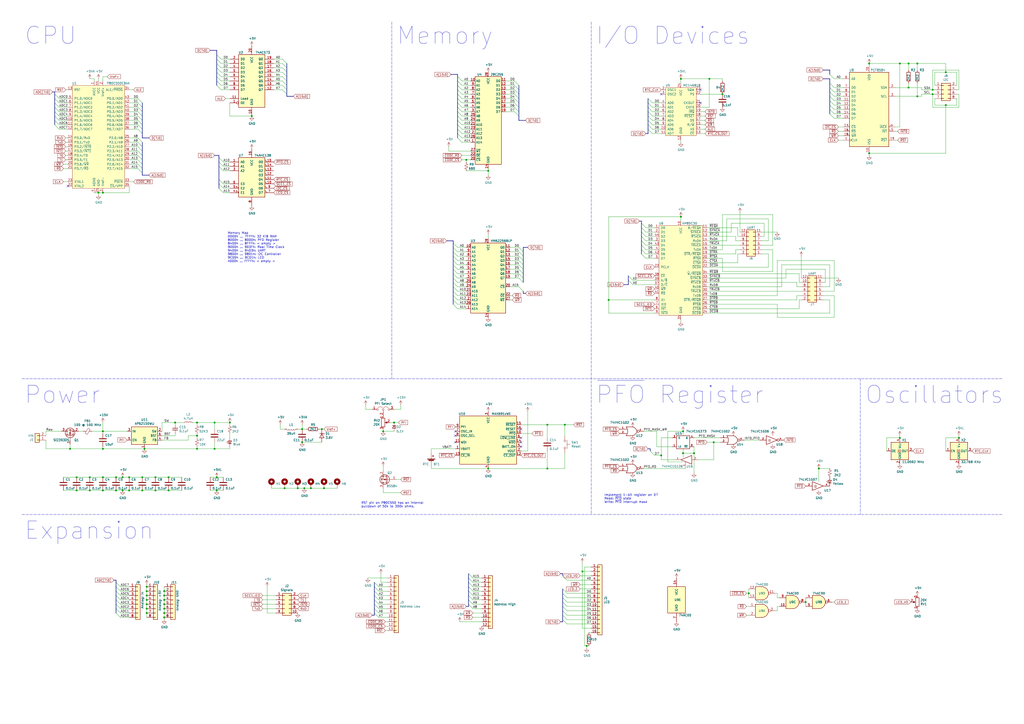
<source format=kicad_sch>
(kicad_sch (version 20211123) (generator eeschema)
  (paper "A2")
  (junction (at 527.05 36.83))
  (junction (at 74.93 276.86))
  (junction (at 124.46 245.11))
  (junction (at 394.97 125.73))
  (junction (at 283.21 99.06))
  (junction (at 44.45 284.48))
  (junction (at 541.02 54.61))
  (junction (at 133.35 245.11))
  (junction (at 59.69 260.35))
  (junction (at 532.13 55.88))
  (junction (at 114.3 245.11))
  (junction (at 97.79 284.48))
  (junction (at 85.09 353.06))
  (junction (at 434.34 344.17))
  (junction (at 90.17 284.48))
  (junction (at 83.82 260.35))
  (junction (at 44.45 276.86))
  (junction (at 125.73 276.86))
  (junction (at 541.02 52.07))
  (junction (at 59.69 250.19))
  (junction (at 59.69 111.76))
  (junction (at 67.31 284.48))
  (junction (at 59.69 276.86))
  (junction (at 411.48 45.72))
  (junction (at 85.09 347.98))
  (junction (at 504.19 88.9))
  (junction (at 396.24 250.19))
  (junction (at 396.24 262.89))
  (junction (at 270.51 92.71))
  (junction (at 394.97 45.72))
  (junction (at 52.07 284.48))
  (junction (at 85.09 340.36))
  (junction (at 186.69 248.92))
  (junction (at 467.36 349.25))
  (junction (at 548.64 60.96))
  (junction (at 317.5 246.38))
  (junction (at 419.1 54.61))
  (junction (at 228.6 245.11))
  (junction (at 82.55 284.48))
  (junction (at 74.93 284.48))
  (junction (at 383.54 264.16))
  (junction (at 114.3 252.73))
  (junction (at 172.72 283.21))
  (junction (at 90.17 276.86))
  (junction (at 222.25 250.19))
  (junction (at 474.98 271.78))
  (junction (at 85.09 345.44))
  (junction (at 146.05 67.31))
  (junction (at 180.34 283.21))
  (junction (at 187.96 283.21))
  (junction (at 165.1 283.21))
  (junction (at 317.5 271.78))
  (junction (at 82.55 276.86))
  (junction (at 532.13 36.83))
  (junction (at 283.21 271.78))
  (junction (at 353.06 173.99))
  (junction (at 95.25 355.6))
  (junction (at 327.66 246.38))
  (junction (at 71.12 284.48))
  (junction (at 97.79 276.86))
  (junction (at 340.36 374.65))
  (junction (at 85.09 355.6))
  (junction (at 67.31 276.86))
  (junction (at 95.25 353.06))
  (junction (at 504.19 36.83))
  (junction (at 337.82 331.47))
  (junction (at 521.97 36.83))
  (junction (at 527.05 50.8))
  (junction (at 95.25 345.44))
  (junction (at 85.09 350.52))
  (junction (at 114.3 260.35))
  (junction (at 95.25 347.98))
  (junction (at 71.12 276.86))
  (junction (at 125.73 284.48))
  (junction (at 59.69 284.48))
  (junction (at 521.97 254))
  (junction (at 52.07 276.86))
  (junction (at 57.15 111.76))
  (junction (at 85.09 342.9))
  (junction (at 95.25 358.14))
  (junction (at 402.59 262.89))
  (junction (at 95.25 350.52))
  (junction (at 175.26 248.92))
  (junction (at 175.26 256.54))
  (junction (at 414.02 256.54))
  (junction (at 556.26 254))
  (junction (at 101.6 245.11))
  (junction (at 176.53 283.21))
  (junction (at 548.64 41.91))
  (junction (at 124.46 260.35))
  (junction (at 40.64 260.35))
  (junction (at 95.25 342.9))
  (no_connect (at 39.37 107.95))
  (no_connect (at 302.26 254))
  (no_connect (at 302.26 256.54))
  (no_connect (at 302.26 259.08))
  (no_connect (at 264.16 252.73))
  (no_connect (at 302.26 248.92))
  (no_connect (at 406.4 59.69))
  (no_connect (at 264.16 256.54))
  (no_connect (at 264.16 250.19))
  (no_connect (at 406.4 52.07))
  (no_connect (at 383.54 54.61))
  (bus_entry (at 274.32 345.44) (size -2.54 -2.54))
  (bus_entry (at 483.87 63.5) (size -2.54 -2.54))
  (bus_entry (at 326.39 359.41) (size 2.54 2.54))
  (bus_entry (at 374.65 139.7) (size -2.54 -2.54))
  (bus_entry (at 378.46 59.69) (size -2.54 -2.54))
  (bus_entry (at 274.32 350.52) (size -2.54 -2.54))
  (bus_entry (at 378.46 69.85) (size -2.54 -2.54))
  (bus_entry (at 265.43 176.53) (size -2.54 -2.54))
  (bus_entry (at 483.87 68.58) (size -2.54 -2.54))
  (bus_entry (at 67.31 340.36) (size 2.54 2.54))
  (bus_entry (at 274.32 347.98) (size -2.54 -2.54))
  (bus_entry (at 300.99 156.21) (size 2.54 2.54))
  (bus_entry (at 128.27 49.53) (size -2.54 -2.54))
  (bus_entry (at 265.43 146.05) (size -2.54 -2.54))
  (bus_entry (at 31.75 54.61) (size 2.54 2.54))
  (bus_entry (at 374.65 134.62) (size -2.54 -2.54))
  (bus_entry (at 300.99 143.51) (size 2.54 2.54))
  (bus_entry (at 367.03 162.56) (size -2.54 -2.54))
  (bus_entry (at 378.46 64.77) (size -2.54 -2.54))
  (bus_entry (at 326.39 346.71) (size 2.54 2.54))
  (bus_entry (at 265.43 163.83) (size -2.54 -2.54))
  (bus_entry (at 31.75 69.85) (size 2.54 2.54))
  (bus_entry (at 483.87 60.96) (size -2.54 -2.54))
  (bus_entry (at 31.75 59.69) (size 2.54 2.54))
  (bus_entry (at 127 109.22) (size 2.54 2.54))
  (bus_entry (at 80.01 67.31) (size 2.54 2.54))
  (bus_entry (at 128.27 46.99) (size -2.54 -2.54))
  (bus_entry (at 298.45 57.15) (size 2.54 2.54))
  (bus_entry (at 377.19 261.62) (size 2.54 2.54))
  (bus_entry (at 298.45 52.07) (size 2.54 2.54))
  (bus_entry (at 219.71 355.6) (size -2.54 -2.54))
  (bus_entry (at 31.75 57.15) (size 2.54 2.54))
  (bus_entry (at 274.32 337.82) (size -2.54 -2.54))
  (bus_entry (at 300.99 158.75) (size 2.54 2.54))
  (bus_entry (at 80.01 59.69) (size 2.54 2.54))
  (bus_entry (at 303.53 168.91) (size -2.54 -2.54))
  (bus_entry (at 274.32 335.28) (size -2.54 -2.54))
  (bus_entry (at 300.99 148.59) (size 2.54 2.54))
  (bus_entry (at 374.65 144.78) (size -2.54 -2.54))
  (bus_entry (at 326.39 351.79) (size 2.54 2.54))
  (bus_entry (at 127 104.14) (size 2.54 2.54))
  (bus_entry (at 80.01 74.93) (size 2.54 2.54))
  (bus_entry (at 378.46 77.47) (size -2.54 -2.54))
  (bus_entry (at 80.01 69.85) (size 2.54 2.54))
  (bus_entry (at 274.32 340.36) (size -2.54 -2.54))
  (bus_entry (at 265.43 179.07) (size -2.54 -2.54))
  (bus_entry (at 298.45 46.99) (size 2.54 2.54))
  (bus_entry (at 326.39 349.25) (size 2.54 2.54))
  (bus_entry (at 267.97 69.85) (size -2.54 -2.54))
  (bus_entry (at 483.87 58.42) (size -2.54 -2.54))
  (bus_entry (at 67.31 342.9) (size 2.54 2.54))
  (bus_entry (at 326.39 344.17) (size 2.54 2.54))
  (bus_entry (at 298.45 49.53) (size 2.54 2.54))
  (bus_entry (at 219.71 350.52) (size -2.54 -2.54))
  (bus_entry (at 80.01 82.55) (size 2.54 2.54))
  (bus_entry (at 80.01 87.63) (size 2.54 2.54))
  (bus_entry (at 31.75 67.31) (size 2.54 2.54))
  (bus_entry (at 267.97 82.55) (size -2.54 -2.54))
  (bus_entry (at 367.03 165.1) (size -2.54 -2.54))
  (bus_entry (at 265.43 156.21) (size -2.54 -2.54))
  (bus_entry (at 267.97 64.77) (size -2.54 -2.54))
  (bus_entry (at 80.01 92.71) (size 2.54 2.54))
  (bus_entry (at 80.01 72.39) (size 2.54 2.54))
  (bus_entry (at 481.33 43.18) (size 2.54 2.54))
  (bus_entry (at 483.87 50.8) (size -2.54 -2.54))
  (bus_entry (at 80.01 97.79) (size 2.54 2.54))
  (bus_entry (at 374.65 137.16) (size -2.54 -2.54))
  (bus_entry (at 267.97 77.47) (size -2.54 -2.54))
  (bus_entry (at 128.27 34.29) (size -2.54 -2.54))
  (bus_entry (at 128.27 52.07) (size -2.54 -2.54))
  (bus_entry (at 80.01 80.01) (size 2.54 2.54))
  (bus_entry (at 374.65 132.08) (size -2.54 -2.54))
  (bus_entry (at 267.97 72.39) (size -2.54 -2.54))
  (bus_entry (at 267.97 80.01) (size -2.54 -2.54))
  (bus_entry (at 378.46 67.31) (size -2.54 -2.54))
  (bus_entry (at 378.46 62.23) (size -2.54 -2.54))
  (bus_entry (at 267.97 49.53) (size -2.54 -2.54))
  (bus_entry (at 483.87 55.88) (size -2.54 -2.54))
  (bus_entry (at 219.71 358.14) (size -2.54 -2.54))
  (bus_entry (at 219.71 353.06) (size -2.54 -2.54))
  (bus_entry (at 163.83 36.83) (size 2.54 2.54))
  (bus_entry (at 128.27 44.45) (size -2.54 -2.54))
  (bus_entry (at 67.31 345.44) (size 2.54 2.54))
  (bus_entry (at 265.43 153.67) (size -2.54 -2.54))
  (bus_entry (at 163.83 34.29) (size 2.54 2.54))
  (bus_entry (at 163.83 44.45) (size 2.54 2.54))
  (bus_entry (at 80.01 90.17) (size 2.54 2.54))
  (bus_entry (at 219.71 347.98) (size -2.54 -2.54))
  (bus_entry (at 267.97 46.99) (size -2.54 -2.54))
  (bus_entry (at 326.39 354.33) (size 2.54 2.54))
  (bus_entry (at 67.31 353.06) (size 2.54 2.54))
  (bus_entry (at 378.46 72.39) (size -2.54 -2.54))
  (bus_entry (at 265.43 158.75) (size -2.54 -2.54))
  (bus_entry (at 127 91.44) (size 2.54 2.54))
  (bus_entry (at 265.43 166.37) (size -2.54 -2.54))
  (bus_entry (at 163.83 46.99) (size 2.54 2.54))
  (bus_entry (at 31.75 64.77) (size 2.54 2.54))
  (bus_entry (at 127 96.52) (size 2.54 2.54))
  (bus_entry (at 128.27 41.91) (size -2.54 -2.54))
  (bus_entry (at 265.43 161.29) (size -2.54 -2.54))
  (bus_entry (at 483.87 53.34) (size -2.54 -2.54))
  (bus_entry (at 326.39 334.01) (size 2.54 2.54))
  (bus_entry (at 378.46 74.93) (size -2.54 -2.54))
  (bus_entry (at 267.97 59.69) (size -2.54 -2.54))
  (bus_entry (at 326.39 356.87) (size 2.54 2.54))
  (bus_entry (at 265.43 151.13) (size -2.54 -2.54))
  (bus_entry (at 300.99 146.05) (size 2.54 2.54))
  (bus_entry (at 298.45 54.61) (size 2.54 2.54))
  (bus_entry (at 219.71 340.36) (size -2.54 -2.54))
  (bus_entry (at 127 93.98) (size 2.54 2.54))
  (bus_entry (at 300.99 153.67) (size 2.54 2.54))
  (bus_entry (at 298.45 59.69) (size 2.54 2.54))
  (bus_entry (at 274.32 342.9) (size -2.54 -2.54))
  (bus_entry (at 219.71 345.44) (size -2.54 -2.54))
  (bus_entry (at 67.31 337.82) (size 2.54 2.54))
  (bus_entry (at 265.43 148.59) (size -2.54 -2.54))
  (bus_entry (at 80.01 85.09) (size 2.54 2.54))
  (bus_entry (at 267.97 52.07) (size -2.54 -2.54))
  (bus_entry (at 80.01 64.77) (size 2.54 2.54))
  (bus_entry (at 300.99 161.29) (size 2.54 2.54))
  (bus_entry (at 326.39 341.63) (size 2.54 2.54))
  (bus_entry (at 67.31 355.6) (size 2.54 2.54))
  (bus_entry (at 298.45 64.77) (size 2.54 2.54))
  (bus_entry (at 31.75 72.39) (size 2.54 2.54))
  (bus_entry (at 67.31 350.52) (size 2.54 2.54))
  (bus_entry (at 80.01 57.15) (size 2.54 2.54))
  (bus_entry (at 163.83 39.37) (size 2.54 2.54))
  (bus_entry (at 128.27 36.83) (size -2.54 -2.54))
  (bus_entry (at 163.83 41.91) (size 2.54 2.54))
  (bus_entry (at 298.45 62.23) (size 2.54 2.54))
  (bus_entry (at 374.65 147.32) (size -2.54 -2.54))
  (bus_entry (at 271.78 350.52) (size 2.54 2.54))
  (bus_entry (at 163.83 49.53) (size 2.54 2.54))
  (bus_entry (at 267.97 54.61) (size -2.54 -2.54))
  (bus_entry (at 267.97 62.23) (size -2.54 -2.54))
  (bus_entry (at 300.99 151.13) (size 2.54 2.54))
  (bus_entry (at 219.71 342.9) (size -2.54 -2.54))
  (bus_entry (at 265.43 173.99) (size -2.54 -2.54))
  (bus_entry (at 163.83 52.07) (size 2.54 2.54))
  (bus_entry (at 67.31 347.98) (size 2.54 2.54))
  (bus_entry (at 128.27 39.37) (size -2.54 -2.54))
  (bus_entry (at 80.01 95.25) (size 2.54 2.54))
  (bus_entry (at 374.65 142.24) (size -2.54 -2.54))
  (bus_entry (at 265.43 171.45) (size -2.54 -2.54))
  (bus_entry (at 31.75 62.23) (size 2.54 2.54))
  (bus_entry (at 267.97 67.31) (size -2.54 -2.54))
  (bus_entry (at 265.43 168.91) (size -2.54 -2.54))
  (bus_entry (at 267.97 57.15) (size -2.54 -2.54))
  (bus_entry (at 483.87 66.04) (size -2.54 -2.54))
  (bus_entry (at 265.43 143.51) (size -2.54 -2.54))
  (bus_entry (at 267.97 74.93) (size -2.54 -2.54))
  (bus_entry (at 374.65 149.86) (size -2.54 -2.54))
  (bus_entry (at 127 106.68) (size 2.54 2.54))
  (bus_entry (at 80.01 62.23) (size 2.54 2.54))
  (wire (pts (xy 274.32 342.9) (xy 279.4 342.9)))
  (wire (pts (xy 483.87 53.34) (xy 488.95 53.34)))
  (bus (pts (xy 364.49 165.1) (xy 361.95 165.1)))
  (polyline (pts (xy 342.9 12.7) (xy 342.9 298.45)))
  (bus (pts (xy 125.73 36.83) (xy 125.73 39.37)))
  (wire (pts (xy 74.93 107.95) (xy 74.93 111.76)))
  (wire (pts (xy 39.37 80.01) (xy 38.1 80.01)))
  (bus (pts (xy 127 96.52) (xy 127 104.14)))
  (bus (pts (xy 67.31 347.98) (xy 67.31 350.52)))
  (wire (pts (xy 342.9 364.49) (xy 337.82 364.49)))
  (wire (pts (xy 317.5 271.78) (xy 327.66 271.78)))
  (wire (pts (xy 229.87 278.13) (xy 232.41 278.13)))
  (wire (pts (xy 449.58 354.33) (xy 450.85 354.33)))
  (wire (pts (xy 74.93 87.63) (xy 80.01 87.63)))
  (wire (pts (xy 220.98 332.74) (xy 220.98 337.82)))
  (wire (pts (xy 396.24 262.89) (xy 396.24 260.35)))
  (wire (pts (xy 39.37 62.23) (xy 34.29 62.23)))
  (wire (pts (xy 521.97 36.83) (xy 521.97 73.66)))
  (wire (pts (xy 373.38 271.78) (xy 397.51 271.78)))
  (wire (pts (xy 381 250.19) (xy 381 259.08)))
  (bus (pts (xy 262.89 171.45) (xy 262.89 173.99)))
  (wire (pts (xy 154.94 340.36) (xy 154.94 355.6)))
  (wire (pts (xy 419.1 46.99) (xy 419.1 45.72)))
  (bus (pts (xy 166.37 39.37) (xy 166.37 41.91)))
  (bus (pts (xy 67.31 337.82) (xy 67.31 340.36)))
  (wire (pts (xy 450.85 344.17) (xy 450.85 346.71)))
  (bus (pts (xy 127 93.98) (xy 127 96.52)))
  (wire (pts (xy 265.43 156.21) (xy 270.51 156.21)))
  (bus (pts (xy 375.92 64.77) (xy 375.92 67.31)))
  (wire (pts (xy 450.85 151.13) (xy 483.87 151.13)))
  (wire (pts (xy 519.43 50.8) (xy 527.05 50.8)))
  (wire (pts (xy 410.21 163.83) (xy 462.28 163.83)))
  (wire (pts (xy 154.94 355.6) (xy 160.02 355.6)))
  (wire (pts (xy 152.4 345.44) (xy 160.02 345.44)))
  (wire (pts (xy 228.6 245.11) (xy 231.14 245.11)))
  (wire (pts (xy 414.02 256.54) (xy 414.02 266.7)))
  (wire (pts (xy 95.25 340.36) (xy 95.25 342.9)))
  (wire (pts (xy 378.46 59.69) (xy 383.54 59.69)))
  (wire (pts (xy 265.43 176.53) (xy 270.51 176.53)))
  (wire (pts (xy 410.21 132.08) (xy 427.99 132.08)))
  (wire (pts (xy 125.73 276.86) (xy 129.54 276.86)))
  (bus (pts (xy 166.37 36.83) (xy 166.37 39.37)))
  (wire (pts (xy 180.34 283.21) (xy 187.96 283.21)))
  (wire (pts (xy 548.64 261.62) (xy 548.64 254)))
  (wire (pts (xy 158.75 39.37) (xy 163.83 39.37)))
  (wire (pts (xy 26.67 252.73) (xy 26.67 250.19)))
  (wire (pts (xy 44.45 284.48) (xy 52.07 284.48)))
  (wire (pts (xy 378.46 62.23) (xy 383.54 62.23)))
  (wire (pts (xy 379.73 173.99) (xy 353.06 173.99)))
  (bus (pts (xy 265.43 59.69) (xy 265.43 62.23)))
  (wire (pts (xy 270.51 93.98) (xy 270.51 92.71)))
  (wire (pts (xy 85.09 342.9) (xy 85.09 340.36)))
  (wire (pts (xy 374.65 132.08) (xy 379.73 132.08)))
  (bus (pts (xy 375.92 59.69) (xy 375.92 62.23)))
  (wire (pts (xy 74.93 82.55) (xy 80.01 82.55)))
  (wire (pts (xy 267.97 77.47) (xy 273.05 77.47)))
  (wire (pts (xy 69.85 350.52) (xy 74.93 350.52)))
  (wire (pts (xy 477.52 171.45) (xy 483.87 171.45)))
  (wire (pts (xy 265.43 163.83) (xy 270.51 163.83)))
  (wire (pts (xy 265.43 148.59) (xy 270.51 148.59)))
  (wire (pts (xy 274.32 345.44) (xy 279.4 345.44)))
  (wire (pts (xy 521.97 73.66) (xy 519.43 73.66)))
  (wire (pts (xy 69.85 340.36) (xy 74.93 340.36)))
  (wire (pts (xy 124.46 245.11) (xy 124.46 248.92)))
  (wire (pts (xy 175.26 246.38) (xy 175.26 248.92)))
  (bus (pts (xy 82.55 100.33) (xy 82.55 101.6)))
  (wire (pts (xy 477.52 168.91) (xy 483.87 168.91)))
  (wire (pts (xy 52.07 45.72) (xy 54.61 45.72)))
  (bus (pts (xy 166.37 54.61) (xy 166.37 55.88)))
  (wire (pts (xy 378.46 74.93) (xy 383.54 74.93)))
  (wire (pts (xy 74.93 74.93) (xy 80.01 74.93)))
  (wire (pts (xy 295.91 151.13) (xy 300.99 151.13)))
  (wire (pts (xy 295.91 148.59) (xy 300.99 148.59)))
  (wire (pts (xy 483.87 68.58) (xy 488.95 68.58)))
  (wire (pts (xy 410.21 179.07) (xy 463.55 179.07)))
  (polyline (pts (xy 499.11 219.71) (xy 499.11 298.45)))
  (wire (pts (xy 57.15 111.76) (xy 57.15 113.03)))
  (wire (pts (xy 426.72 147.32) (xy 426.72 144.78)))
  (wire (pts (xy 95.25 353.06) (xy 95.25 355.6)))
  (wire (pts (xy 317.5 261.62) (xy 317.5 271.78)))
  (wire (pts (xy 410.21 168.91) (xy 464.82 168.91)))
  (wire (pts (xy 421.64 139.7) (xy 421.64 127)))
  (wire (pts (xy 379.73 181.61) (xy 353.06 181.61)))
  (wire (pts (xy 504.19 88.9) (xy 548.64 88.9)))
  (bus (pts (xy 300.99 59.69) (xy 300.99 62.23)))
  (wire (pts (xy 433.07 356.87) (xy 434.34 356.87)))
  (wire (pts (xy 129.54 96.52) (xy 133.35 96.52)))
  (wire (pts (xy 295.91 143.51) (xy 300.99 143.51)))
  (wire (pts (xy 328.93 359.41) (xy 342.9 359.41)))
  (wire (pts (xy 410.21 144.78) (xy 419.1 144.78)))
  (bus (pts (xy 265.43 77.47) (xy 265.43 80.01)))
  (wire (pts (xy 410.21 256.54) (xy 414.02 256.54)))
  (bus (pts (xy 481.33 60.96) (xy 481.33 63.5)))
  (wire (pts (xy 279.4 353.06) (xy 274.32 353.06)))
  (wire (pts (xy 175.26 256.54) (xy 186.69 256.54)))
  (wire (pts (xy 212.09 237.49) (xy 212.09 234.95)))
  (wire (pts (xy 128.27 36.83) (xy 133.35 36.83)))
  (wire (pts (xy 554.99 41.91) (xy 554.99 49.53)))
  (bus (pts (xy 300.99 64.77) (xy 300.99 67.31)))
  (bus (pts (xy 271.78 350.52) (xy 271.78 351.79)))
  (bus (pts (xy 477.52 40.64) (xy 481.33 40.64)))
  (wire (pts (xy 419.1 45.72) (xy 411.48 45.72)))
  (bus (pts (xy 377.19 261.62) (xy 377.19 260.35)))
  (wire (pts (xy 427.99 147.32) (xy 429.26 147.32)))
  (wire (pts (xy 85.09 358.14) (xy 85.09 355.6)))
  (wire (pts (xy 54.61 45.72) (xy 54.61 46.99)))
  (wire (pts (xy 74.93 52.07) (xy 77.47 52.07)))
  (wire (pts (xy 293.37 52.07) (xy 298.45 52.07)))
  (bus (pts (xy 262.89 151.13) (xy 262.89 153.67)))
  (wire (pts (xy 274.32 347.98) (xy 279.4 347.98)))
  (wire (pts (xy 483.87 55.88) (xy 488.95 55.88)))
  (wire (pts (xy 427.99 152.4) (xy 427.99 147.32)))
  (wire (pts (xy 39.37 92.71) (xy 38.1 92.71)))
  (wire (pts (xy 378.46 69.85) (xy 383.54 69.85)))
  (wire (pts (xy 396.24 267.97) (xy 387.35 267.97)))
  (wire (pts (xy 228.6 237.49) (xy 232.41 237.49)))
  (wire (pts (xy 419.1 144.78) (xy 419.1 124.46)))
  (bus (pts (xy 377.19 260.35) (xy 375.92 260.35)))
  (bus (pts (xy 271.78 345.44) (xy 271.78 347.98)))
  (bus (pts (xy 375.92 57.15) (xy 375.92 59.69)))
  (wire (pts (xy 317.5 254) (xy 317.5 246.38)))
  (wire (pts (xy 353.06 173.99) (xy 353.06 125.73)))
  (wire (pts (xy 462.28 173.99) (xy 462.28 171.45)))
  (wire (pts (xy 383.54 264.16) (xy 379.73 264.16)))
  (wire (pts (xy 464.82 161.29) (xy 464.82 148.59)))
  (wire (pts (xy 462.28 166.37) (xy 464.82 166.37)))
  (wire (pts (xy 121.92 276.86) (xy 125.73 276.86)))
  (bus (pts (xy 31.75 53.34) (xy 31.75 54.61)))
  (wire (pts (xy 283.21 99.06) (xy 283.21 101.6)))
  (wire (pts (xy 267.97 54.61) (xy 273.05 54.61)))
  (wire (pts (xy 95.25 350.52) (xy 95.25 353.06)))
  (wire (pts (xy 478.79 156.21) (xy 478.79 163.83)))
  (wire (pts (xy 74.93 276.86) (xy 82.55 276.86)))
  (wire (pts (xy 59.69 250.19) (xy 73.66 250.19)))
  (wire (pts (xy 429.26 137.16) (xy 427.99 137.16)))
  (bus (pts (xy 262.89 156.21) (xy 262.89 158.75)))
  (wire (pts (xy 527.05 36.83) (xy 521.97 36.83)))
  (bus (pts (xy 166.37 44.45) (xy 166.37 46.99)))
  (wire (pts (xy 402.59 262.89) (xy 396.24 262.89)))
  (bus (pts (xy 82.55 97.79) (xy 82.55 100.33)))
  (wire (pts (xy 302.26 246.38) (xy 317.5 246.38)))
  (wire (pts (xy 448.31 142.24) (xy 448.31 124.46)))
  (bus (pts (xy 217.17 347.98) (xy 217.17 350.52)))
  (bus (pts (xy 217.17 340.36) (xy 217.17 342.9)))
  (wire (pts (xy 267.97 67.31) (xy 273.05 67.31)))
  (wire (pts (xy 97.79 276.86) (xy 90.17 276.86)))
  (bus (pts (xy 375.92 77.47) (xy 374.65 77.47)))
  (bus (pts (xy 265.43 46.99) (xy 265.43 49.53)))
  (bus (pts (xy 326.39 334.01) (xy 326.39 332.74)))
  (wire (pts (xy 74.93 97.79) (xy 80.01 97.79)))
  (wire (pts (xy 219.71 353.06) (xy 224.79 353.06)))
  (bus (pts (xy 67.31 350.52) (xy 67.31 353.06)))
  (wire (pts (xy 410.21 158.75) (xy 463.55 158.75)))
  (wire (pts (xy 74.93 105.41) (xy 77.47 105.41)))
  (wire (pts (xy 267.97 82.55) (xy 273.05 82.55)))
  (wire (pts (xy 441.96 144.78) (xy 448.31 144.78)))
  (wire (pts (xy 59.69 276.86) (xy 67.31 276.86)))
  (wire (pts (xy 222.25 250.19) (xy 228.6 250.19)))
  (wire (pts (xy 421.64 127) (xy 445.77 127)))
  (wire (pts (xy 52.07 276.86) (xy 59.69 276.86)))
  (wire (pts (xy 410.21 142.24) (xy 429.26 142.24)))
  (wire (pts (xy 521.97 254) (xy 514.35 254)))
  (bus (pts (xy 481.33 48.26) (xy 481.33 50.8)))
  (bus (pts (xy 262.89 139.7) (xy 262.89 140.97)))
  (wire (pts (xy 504.19 88.9) (xy 504.19 90.17)))
  (wire (pts (xy 101.6 251.46) (xy 101.6 252.73)))
  (wire (pts (xy 342.9 339.09) (xy 336.55 339.09)))
  (wire (pts (xy 274.32 355.6) (xy 279.4 355.6)))
  (wire (pts (xy 406.4 77.47) (xy 408.94 77.47)))
  (wire (pts (xy 478.79 163.83) (xy 477.52 163.83)))
  (wire (pts (xy 504.19 38.1) (xy 504.19 36.83)))
  (wire (pts (xy 93.98 255.27) (xy 109.22 255.27)))
  (wire (pts (xy 328.93 349.25) (xy 342.9 349.25)))
  (wire (pts (xy 175.26 248.92) (xy 177.8 248.92)))
  (wire (pts (xy 293.37 59.69) (xy 298.45 59.69)))
  (wire (pts (xy 488.95 81.28) (xy 486.41 81.28)))
  (wire (pts (xy 410.21 154.94) (xy 445.77 154.94)))
  (wire (pts (xy 39.37 69.85) (xy 34.29 69.85)))
  (bus (pts (xy 303.53 168.91) (xy 303.53 170.18)))
  (bus (pts (xy 125.73 31.75) (xy 125.73 34.29)))
  (bus (pts (xy 265.43 54.61) (xy 265.43 57.15)))
  (wire (pts (xy 26.67 255.27) (xy 26.67 260.35)))
  (wire (pts (xy 83.82 260.35) (xy 59.69 260.35)))
  (wire (pts (xy 158.75 36.83) (xy 163.83 36.83)))
  (wire (pts (xy 260.35 85.09) (xy 260.35 87.63)))
  (wire (pts (xy 265.43 146.05) (xy 270.51 146.05)))
  (wire (pts (xy 186.69 248.92) (xy 187.96 248.92)))
  (wire (pts (xy 541.02 52.07) (xy 541.02 40.64)))
  (wire (pts (xy 219.71 342.9) (xy 224.79 342.9)))
  (wire (pts (xy 114.3 246.38) (xy 114.3 245.11)))
  (bus (pts (xy 303.53 153.67) (xy 303.53 156.21)))
  (bus (pts (xy 326.39 354.33) (xy 326.39 356.87)))
  (wire (pts (xy 222.25 285.75) (xy 232.41 285.75)))
  (wire (pts (xy 158.75 52.07) (xy 163.83 52.07)))
  (wire (pts (xy 445.77 139.7) (xy 445.77 127)))
  (bus (pts (xy 82.55 59.69) (xy 82.55 62.23)))
  (wire (pts (xy 128.27 52.07) (xy 133.35 52.07)))
  (polyline (pts (xy 12.7 219.71) (xy 581.66 219.71)))
  (bus (pts (xy 372.11 144.78) (xy 372.11 147.32)))
  (wire (pts (xy 74.93 284.48) (xy 82.55 284.48)))
  (wire (pts (xy 548.64 36.83) (xy 548.64 41.91)))
  (bus (pts (xy 262.89 173.99) (xy 262.89 176.53)))
  (wire (pts (xy 39.37 90.17) (xy 38.1 90.17)))
  (bus (pts (xy 265.43 62.23) (xy 265.43 64.77)))
  (wire (pts (xy 74.93 80.01) (xy 80.01 80.01)))
  (wire (pts (xy 133.35 93.98) (xy 129.54 93.98)))
  (bus (pts (xy 303.53 161.29) (xy 303.53 163.83)))
  (wire (pts (xy 95.25 345.44) (xy 95.25 347.98)))
  (wire (pts (xy 133.35 57.15) (xy 130.81 57.15)))
  (wire (pts (xy 381 259.08) (xy 389.89 259.08)))
  (bus (pts (xy 82.55 82.55) (xy 82.55 85.09)))
  (bus (pts (xy 217.17 353.06) (xy 217.17 355.6)))
  (wire (pts (xy 274.32 337.82) (xy 279.4 337.82)))
  (wire (pts (xy 265.43 166.37) (xy 270.51 166.37)))
  (wire (pts (xy 340.36 374.65) (xy 340.36 375.92)))
  (wire (pts (xy 121.92 284.48) (xy 125.73 284.48)))
  (bus (pts (xy 67.31 353.06) (xy 67.31 355.6)))
  (wire (pts (xy 267.97 64.77) (xy 273.05 64.77)))
  (wire (pts (xy 342.9 328.93) (xy 339.09 328.93)))
  (wire (pts (xy 224.79 360.68) (xy 223.52 360.68)))
  (wire (pts (xy 328.93 356.87) (xy 342.9 356.87)))
  (wire (pts (xy 222.25 270.51) (xy 222.25 273.05)))
  (bus (pts (xy 166.37 46.99) (xy 166.37 49.53)))
  (wire (pts (xy 295.91 173.99) (xy 297.18 173.99)))
  (wire (pts (xy 434.34 344.17) (xy 433.07 344.17)))
  (wire (pts (xy 410.21 139.7) (xy 421.64 139.7)))
  (wire (pts (xy 250.19 271.78) (xy 283.21 271.78)))
  (bus (pts (xy 31.75 57.15) (xy 31.75 59.69)))
  (wire (pts (xy 410.21 147.32) (xy 426.72 147.32)))
  (wire (pts (xy 133.35 59.69) (xy 133.35 67.31)))
  (bus (pts (xy 306.07 143.51) (xy 303.53 143.51)))
  (wire (pts (xy 128.27 49.53) (xy 133.35 49.53)))
  (wire (pts (xy 133.35 254) (xy 133.35 251.46)))
  (wire (pts (xy 378.46 64.77) (xy 383.54 64.77)))
  (bus (pts (xy 300.99 54.61) (xy 300.99 57.15)))
  (wire (pts (xy 85.09 340.36) (xy 85.09 339.09)))
  (wire (pts (xy 554.99 60.96) (xy 554.99 57.15)))
  (wire (pts (xy 158.75 49.53) (xy 163.83 49.53)))
  (wire (pts (xy 383.54 254) (xy 389.89 254)))
  (wire (pts (xy 283.21 271.78) (xy 317.5 271.78)))
  (wire (pts (xy 39.37 52.07) (xy 38.1 52.07)))
  (wire (pts (xy 441.96 142.24) (xy 448.31 142.24)))
  (wire (pts (xy 483.87 63.5) (xy 488.95 63.5)))
  (wire (pts (xy 455.93 161.29) (xy 455.93 156.21)))
  (wire (pts (xy 293.37 64.77) (xy 298.45 64.77)))
  (wire (pts (xy 74.93 276.86) (xy 71.12 276.86)))
  (wire (pts (xy 40.64 260.35) (xy 59.69 260.35)))
  (bus (pts (xy 262.89 163.83) (xy 262.89 166.37)))
  (wire (pts (xy 339.09 374.65) (xy 340.36 374.65)))
  (wire (pts (xy 40.64 257.81) (xy 40.64 260.35)))
  (wire (pts (xy 114.3 259.08) (xy 114.3 260.35)))
  (wire (pts (xy 541.02 54.61) (xy 542.29 54.61)))
  (wire (pts (xy 74.93 92.71) (xy 80.01 92.71)))
  (wire (pts (xy 406.4 74.93) (xy 408.94 74.93)))
  (wire (pts (xy 74.93 59.69) (xy 80.01 59.69)))
  (wire (pts (xy 128.27 39.37) (xy 133.35 39.37)))
  (bus (pts (xy 326.39 346.71) (xy 326.39 349.25)))
  (wire (pts (xy 434.34 351.79) (xy 433.07 351.79)))
  (wire (pts (xy 519.43 81.28) (xy 520.7 81.28)))
  (wire (pts (xy 26.67 260.35) (xy 40.64 260.35)))
  (bus (pts (xy 262.89 139.7) (xy 259.08 139.7)))
  (wire (pts (xy 434.34 344.17) (xy 434.34 346.71)))
  (wire (pts (xy 129.54 106.68) (xy 133.35 106.68)))
  (wire (pts (xy 95.25 358.14) (xy 95.25 359.41)))
  (bus (pts (xy 300.99 57.15) (xy 300.99 59.69)))
  (wire (pts (xy 463.55 163.83) (xy 463.55 158.75)))
  (wire (pts (xy 101.6 246.38) (xy 101.6 245.11)))
  (wire (pts (xy 160.02 347.98) (xy 152.4 347.98)))
  (wire (pts (xy 414.02 256.54) (xy 417.83 256.54)))
  (bus (pts (xy 481.33 53.34) (xy 481.33 55.88)))
  (wire (pts (xy 101.6 245.11) (xy 106.68 245.11)))
  (bus (pts (xy 31.75 64.77) (xy 31.75 67.31)))
  (wire (pts (xy 481.33 173.99) (xy 477.52 173.99)))
  (wire (pts (xy 267.97 80.01) (xy 273.05 80.01)))
  (wire (pts (xy 396.24 262.89) (xy 396.24 265.43)))
  (wire (pts (xy 93.98 245.11) (xy 101.6 245.11)))
  (bus (pts (xy 372.11 129.54) (xy 372.11 132.08)))
  (bus (pts (xy 271.78 340.36) (xy 271.78 342.9)))
  (wire (pts (xy 467.36 346.71) (xy 467.36 349.25)))
  (wire (pts (xy 483.87 50.8) (xy 488.95 50.8)))
  (bus (pts (xy 166.37 55.88) (xy 170.18 55.88)))
  (wire (pts (xy 378.46 67.31) (xy 383.54 67.31)))
  (wire (pts (xy 85.09 345.44) (xy 85.09 342.9)))
  (wire (pts (xy 410.21 134.62) (xy 424.18 134.62)))
  (wire (pts (xy 114.3 260.35) (xy 124.46 260.35)))
  (wire (pts (xy 464.82 163.83) (xy 463.55 163.83)))
  (wire (pts (xy 266.7 360.68) (xy 279.4 360.68)))
  (wire (pts (xy 342.9 331.47) (xy 337.82 331.47)))
  (wire (pts (xy 327.66 262.89) (xy 327.66 271.78)))
  (wire (pts (xy 114.3 251.46) (xy 114.3 252.73)))
  (bus (pts (xy 326.39 341.63) (xy 326.39 344.17)))
  (wire (pts (xy 265.43 168.91) (xy 270.51 168.91)))
  (wire (pts (xy 265.43 179.07) (xy 270.51 179.07)))
  (wire (pts (xy 477.52 166.37) (xy 481.33 166.37)))
  (wire (pts (xy 165.1 283.21) (xy 172.72 283.21)))
  (bus (pts (xy 364.49 160.02) (xy 364.49 162.56)))
  (wire (pts (xy 95.25 355.6) (xy 95.25 358.14)))
  (wire (pts (xy 527.05 48.26) (xy 527.05 50.8)))
  (wire (pts (xy 129.54 99.06) (xy 133.35 99.06)))
  (bus (pts (xy 481.33 45.72) (xy 481.33 48.26)))
  (wire (pts (xy 429.26 134.62) (xy 429.26 123.19)))
  (wire (pts (xy 450.85 346.71) (xy 452.12 346.71)))
  (wire (pts (xy 39.37 95.25) (xy 36.83 95.25)))
  (wire (pts (xy 424.18 134.62) (xy 424.18 129.54)))
  (wire (pts (xy 44.45 276.86) (xy 52.07 276.86)))
  (wire (pts (xy 411.48 45.72) (xy 394.97 45.72)))
  (bus (pts (xy 125.73 29.21) (xy 121.92 29.21)))
  (wire (pts (xy 219.71 355.6) (xy 224.79 355.6)))
  (wire (pts (xy 39.37 105.41) (xy 36.83 105.41)))
  (wire (pts (xy 74.93 90.17) (xy 80.01 90.17)))
  (wire (pts (xy 267.97 46.99) (xy 273.05 46.99)))
  (bus (pts (xy 82.55 85.09) (xy 82.55 87.63)))
  (wire (pts (xy 481.33 166.37) (xy 481.33 153.67)))
  (wire (pts (xy 302.26 251.46) (xy 308.61 251.46)))
  (wire (pts (xy 57.15 111.76) (xy 59.69 111.76)))
  (wire (pts (xy 219.71 340.36) (xy 224.79 340.36)))
  (wire (pts (xy 162.56 248.92) (xy 165.1 248.92)))
  (wire (pts (xy 463.55 173.99) (xy 464.82 173.99)))
  (wire (pts (xy 267.97 90.17) (xy 273.05 90.17)))
  (wire (pts (xy 541.02 54.61) (xy 541.02 62.23)))
  (bus (pts (xy 31.75 59.69) (xy 31.75 62.23)))
  (wire (pts (xy 53.34 250.19) (xy 59.69 250.19)))
  (wire (pts (xy 445.77 154.94) (xy 445.77 147.32)))
  (wire (pts (xy 541.02 62.23) (xy 556.26 62.23)))
  (bus (pts (xy 31.75 62.23) (xy 31.75 64.77)))
  (wire (pts (xy 265.43 173.99) (xy 270.51 173.99)))
  (wire (pts (xy 374.65 137.16) (xy 379.73 137.16)))
  (wire (pts (xy 295.91 171.45) (xy 297.18 171.45)))
  (bus (pts (xy 125.73 29.21) (xy 125.73 31.75)))
  (wire (pts (xy 373.38 250.19) (xy 381 250.19)))
  (bus (pts (xy 31.75 53.34) (xy 30.48 53.34)))
  (bus (pts (xy 67.31 340.36) (xy 67.31 342.9)))
  (bus (pts (xy 481.33 55.88) (xy 481.33 58.42)))
  (bus (pts (xy 375.92 72.39) (xy 375.92 74.93)))
  (wire (pts (xy 336.55 341.63) (xy 342.9 341.63)))
  (bus (pts (xy 372.11 142.24) (xy 372.11 144.78)))
  (wire (pts (xy 542.29 60.96) (xy 548.64 60.96)))
  (wire (pts (xy 213.36 335.28) (xy 224.79 335.28)))
  (wire (pts (xy 57.15 111.76) (xy 54.61 111.76)))
  (wire (pts (xy 519.43 55.88) (xy 532.13 55.88)))
  (wire (pts (xy 328.93 361.95) (xy 342.9 361.95)))
  (bus (pts (xy 262.89 140.97) (xy 262.89 143.51)))
  (wire (pts (xy 74.93 85.09) (xy 80.01 85.09)))
  (wire (pts (xy 295.91 146.05) (xy 300.99 146.05)))
  (wire (pts (xy 219.71 358.14) (xy 224.79 358.14)))
  (wire (pts (xy 274.32 340.36) (xy 279.4 340.36)))
  (wire (pts (xy 158.75 46.99) (xy 163.83 46.99)))
  (wire (pts (xy 406.4 54.61) (xy 419.1 54.61)))
  (bus (pts (xy 372.11 139.7) (xy 372.11 142.24)))
  (wire (pts (xy 128.27 44.45) (xy 133.35 44.45)))
  (wire (pts (xy 111.76 245.11) (xy 114.3 245.11)))
  (bus (pts (xy 303.53 146.05) (xy 303.53 148.59)))
  (wire (pts (xy 410.21 171.45) (xy 450.85 171.45)))
  (wire (pts (xy 374.65 144.78) (xy 379.73 144.78)))
  (wire (pts (xy 419.1 124.46) (xy 448.31 124.46)))
  (wire (pts (xy 434.34 341.63) (xy 434.34 344.17)))
  (wire (pts (xy 527.05 50.8) (xy 534.67 50.8)))
  (wire (pts (xy 534.67 50.8) (xy 534.67 52.07)))
  (wire (pts (xy 424.18 129.54) (xy 443.23 129.54)))
  (wire (pts (xy 26.67 250.19) (xy 35.56 250.19)))
  (wire (pts (xy 556.26 54.61) (xy 554.99 54.61)))
  (wire (pts (xy 69.85 355.6) (xy 74.93 355.6)))
  (wire (pts (xy 374.65 142.24) (xy 379.73 142.24)))
  (wire (pts (xy 481.33 181.61) (xy 481.33 173.99)))
  (wire (pts (xy 267.97 74.93) (xy 273.05 74.93)))
  (wire (pts (xy 109.22 255.27) (xy 109.22 252.73)))
  (wire (pts (xy 267.97 59.69) (xy 273.05 59.69)))
  (wire (pts (xy 128.27 34.29) (xy 133.35 34.29)))
  (wire (pts (xy 157.48 283.21) (xy 165.1 283.21)))
  (wire (pts (xy 295.91 166.37) (xy 300.99 166.37)))
  (wire (pts (xy 402.59 259.08) (xy 402.59 262.89)))
  (wire (pts (xy 548.64 41.91) (xy 554.99 41.91)))
  (wire (pts (xy 336.55 334.01) (xy 342.9 334.01)))
  (wire (pts (xy 532.13 48.26) (xy 532.13 55.88)))
  (bus (pts (xy 326.39 356.87) (xy 326.39 359.41)))
  (wire (pts (xy 52.07 284.48) (xy 59.69 284.48)))
  (wire (pts (xy 450.85 184.15) (xy 483.87 184.15)))
  (wire (pts (xy 532.13 55.88) (xy 534.67 55.88)))
  (bus (pts (xy 372.11 132.08) (xy 372.11 134.62)))
  (wire (pts (xy 224.79 363.22) (xy 223.52 363.22)))
  (wire (pts (xy 267.97 72.39) (xy 273.05 72.39)))
  (bus (pts (xy 271.78 332.74) (xy 271.78 335.28)))
  (bus (pts (xy 265.43 52.07) (xy 265.43 54.61)))
  (bus (pts (xy 375.92 62.23) (xy 375.92 64.77)))
  (bus (pts (xy 271.78 347.98) (xy 271.78 350.52)))
  (wire (pts (xy 160.02 353.06) (xy 152.4 353.06)))
  (wire (pts (xy 124.46 245.11) (xy 133.35 245.11)))
  (wire (pts (xy 419.1 157.48) (xy 448.31 157.48)))
  (wire (pts (xy 405.13 266.7) (xy 414.02 266.7)))
  (wire (pts (xy 367.03 165.1) (xy 379.73 165.1)))
  (wire (pts (xy 74.93 69.85) (xy 80.01 69.85)))
  (bus (pts (xy 125.73 46.99) (xy 125.73 49.53)))
  (wire (pts (xy 406.4 64.77) (xy 408.94 64.77)))
  (wire (pts (xy 327.66 246.38) (xy 327.66 252.73)))
  (wire (pts (xy 548.64 60.96) (xy 548.64 88.9)))
  (wire (pts (xy 431.8 255.27) (xy 440.69 255.27)))
  (wire (pts (xy 226.06 245.11) (xy 228.6 245.11)))
  (bus (pts (xy 82.55 92.71) (xy 82.55 95.25)))
  (wire (pts (xy 223.52 365.76) (xy 224.79 365.76)))
  (wire (pts (xy 541.02 52.07) (xy 542.29 52.07)))
  (wire (pts (xy 410.21 173.99) (xy 462.28 173.99)))
  (bus (pts (xy 127 91.44) (xy 127 93.98)))
  (bus (pts (xy 271.78 342.9) (xy 271.78 345.44)))
  (bus (pts (xy 127 104.14) (xy 127 106.68)))
  (bus (pts (xy 265.43 64.77) (xy 265.43 67.31)))
  (bus (pts (xy 127 90.17) (xy 124.46 90.17)))
  (bus (pts (xy 166.37 49.53) (xy 166.37 52.07)))
  (wire (pts (xy 114.3 245.11) (xy 124.46 245.11)))
  (wire (pts (xy 74.93 72.39) (xy 80.01 72.39)))
  (wire (pts (xy 374.65 134.62) (xy 379.73 134.62)))
  (wire (pts (xy 483.87 171.45) (xy 483.87 184.15)))
  (bus (pts (xy 375.92 74.93) (xy 375.92 77.47)))
  (wire (pts (xy 39.37 59.69) (xy 34.29 59.69)))
  (wire (pts (xy 462.28 163.83) (xy 462.28 166.37)))
  (wire (pts (xy 267.97 52.07) (xy 273.05 52.07)))
  (wire (pts (xy 541.02 40.64) (xy 556.26 40.64)))
  (wire (pts (xy 295.91 158.75) (xy 300.99 158.75)))
  (bus (pts (xy 166.37 41.91) (xy 166.37 44.45)))
  (wire (pts (xy 222.25 248.92) (xy 222.25 250.19)))
  (bus (pts (xy 67.31 342.9) (xy 67.31 345.44)))
  (wire (pts (xy 85.09 350.52) (xy 85.09 347.98)))
  (bus (pts (xy 217.17 345.44) (xy 217.17 347.98)))
  (wire (pts (xy 267.97 92.71) (xy 270.51 92.71)))
  (wire (pts (xy 59.69 284.48) (xy 67.31 284.48)))
  (wire (pts (xy 374.65 139.7) (xy 379.73 139.7)))
  (wire (pts (xy 328.93 351.79) (xy 342.9 351.79)))
  (wire (pts (xy 57.15 45.72) (xy 57.15 46.99)))
  (wire (pts (xy 219.71 345.44) (xy 224.79 345.44)))
  (wire (pts (xy 340.36 374.65) (xy 341.63 374.65)))
  (wire (pts (xy 410.21 161.29) (xy 455.93 161.29)))
  (wire (pts (xy 74.93 64.77) (xy 80.01 64.77)))
  (bus (pts (xy 265.43 44.45) (xy 265.43 46.99)))
  (wire (pts (xy 504.19 36.83) (xy 521.97 36.83)))
  (bus (pts (xy 262.89 148.59) (xy 262.89 151.13)))
  (wire (pts (xy 394.97 185.42) (xy 394.97 186.69)))
  (wire (pts (xy 95.25 347.98) (xy 95.25 350.52)))
  (wire (pts (xy 406.4 62.23) (xy 411.48 62.23)))
  (wire (pts (xy 74.93 62.23) (xy 80.01 62.23)))
  (wire (pts (xy 402.59 262.89) (xy 402.59 274.32)))
  (wire (pts (xy 187.96 283.21) (xy 195.58 283.21)))
  (wire (pts (xy 93.98 252.73) (xy 101.6 252.73)))
  (wire (pts (xy 293.37 57.15) (xy 298.45 57.15)))
  (wire (pts (xy 158.75 41.91) (xy 163.83 41.91)))
  (bus (pts (xy 217.17 350.52) (xy 217.17 353.06)))
  (wire (pts (xy 534.67 52.07) (xy 541.02 52.07)))
  (bus (pts (xy 82.55 62.23) (xy 82.55 64.77)))
  (wire (pts (xy 328.93 336.55) (xy 342.9 336.55)))
  (bus (pts (xy 82.55 64.77) (xy 82.55 67.31)))
  (wire (pts (xy 39.37 67.31) (xy 34.29 67.31)))
  (wire (pts (xy 556.26 62.23) (xy 556.26 54.61)))
  (wire (pts (xy 378.46 77.47) (xy 383.54 77.47)))
  (wire (pts (xy 128.27 46.99) (xy 133.35 46.99)))
  (wire (pts (xy 172.72 248.92) (xy 175.26 248.92)))
  (wire (pts (xy 327.66 246.38) (xy 332.74 246.38)))
  (wire (pts (xy 162.56 246.38) (xy 162.56 248.92)))
  (wire (pts (xy 59.69 251.46) (xy 59.69 250.19)))
  (wire (pts (xy 441.96 139.7) (xy 445.77 139.7)))
  (wire (pts (xy 74.93 95.25) (xy 80.01 95.25)))
  (wire (pts (xy 383.54 254) (xy 383.54 264.16)))
  (wire (pts (xy 306.07 261.62) (xy 306.07 238.76)))
  (bus (pts (xy 217.17 342.9) (xy 217.17 345.44)))
  (wire (pts (xy 39.37 57.15) (xy 34.29 57.15)))
  (wire (pts (xy 39.37 72.39) (xy 34.29 72.39)))
  (wire (pts (xy 74.93 57.15) (xy 80.01 57.15)))
  (wire (pts (xy 339.09 328.93) (xy 339.09 374.65)))
  (bus (pts (xy 481.33 45.72) (xy 477.52 45.72)))
  (bus (pts (xy 265.43 74.93) (xy 265.43 77.47)))
  (wire (pts (xy 133.35 67.31) (xy 146.05 67.31)))
  (wire (pts (xy 71.12 284.48) (xy 74.93 284.48)))
  (wire (pts (xy 556.26 52.07) (xy 554.99 52.07)))
  (wire (pts (xy 387.35 267.97) (xy 387.35 250.19)))
  (wire (pts (xy 341.63 367.03) (xy 342.9 367.03)))
  (wire (pts (xy 426.72 139.7) (xy 429.26 139.7)))
  (wire (pts (xy 481.33 271.78) (xy 474.98 271.78)))
  (wire (pts (xy 267.97 62.23) (xy 273.05 62.23)))
  (wire (pts (xy 427.99 137.16) (xy 427.99 132.08)))
  (wire (pts (xy 482.6 349.25) (xy 483.87 349.25)))
  (wire (pts (xy 328.93 346.71) (xy 342.9 346.71)))
  (wire (pts (xy 450.85 351.79) (xy 452.12 351.79)))
  (wire (pts (xy 265.43 171.45) (xy 270.51 171.45)))
  (bus (pts (xy 217.17 356.87) (xy 215.9 356.87)))
  (wire (pts (xy 443.23 129.54) (xy 443.23 137.16)))
  (wire (pts (xy 48.26 250.19) (xy 45.72 250.19)))
  (wire (pts (xy 453.39 153.67) (xy 481.33 153.67)))
  (wire (pts (xy 39.37 87.63) (xy 38.1 87.63)))
  (wire (pts (xy 483.87 58.42) (xy 488.95 58.42)))
  (wire (pts (xy 222.25 283.21) (xy 222.25 285.75)))
  (bus (pts (xy 326.39 360.68) (xy 325.12 360.68)))
  (bus (pts (xy 67.31 336.55) (xy 67.31 337.82)))
  (wire (pts (xy 396.24 250.19) (xy 396.24 252.73)))
  (bus (pts (xy 127 106.68) (xy 127 109.22)))
  (wire (pts (xy 265.43 151.13) (xy 270.51 151.13)))
  (wire (pts (xy 250.19 260.35) (xy 264.16 260.35)))
  (wire (pts (xy 394.97 45.72) (xy 394.97 48.26)))
  (wire (pts (xy 483.87 60.96) (xy 488.95 60.96)))
  (wire (pts (xy 250.19 262.89) (xy 250.19 260.35)))
  (wire (pts (xy 265.43 158.75) (xy 270.51 158.75)))
  (wire (pts (xy 410.21 152.4) (xy 427.99 152.4)))
  (wire (pts (xy 410.21 181.61) (xy 481.33 181.61)))
  (wire (pts (xy 411.48 62.23) (xy 411.48 45.72)))
  (wire (pts (xy 306.07 261.62) (xy 302.26 261.62)))
  (bus (pts (xy 166.37 52.07) (xy 166.37 54.61)))
  (wire (pts (xy 534.67 55.88) (xy 534.67 54.61)))
  (wire (pts (xy 483.87 168.91) (xy 483.87 151.13)))
  (wire (pts (xy 317.5 246.38) (xy 327.66 246.38)))
  (wire (pts (xy 483.87 66.04) (xy 488.95 66.04)))
  (bus (pts (xy 262.89 168.91) (xy 262.89 171.45)))
  (wire (pts (xy 267.97 57.15) (xy 273.05 57.15)))
  (bus (pts (xy 326.39 332.74) (xy 325.12 332.74)))
  (polyline (pts (xy 227.33 12.7) (xy 227.33 219.71)))
  (bus (pts (xy 326.39 359.41) (xy 326.39 360.68)))
  (wire (pts (xy 548.64 60.96) (xy 554.99 60.96)))
  (wire (pts (xy 467.36 349.25) (xy 467.36 351.79)))
  (wire (pts (xy 265.43 161.29) (xy 270.51 161.29)))
  (wire (pts (xy 410.21 137.16) (xy 426.72 137.16)))
  (wire (pts (xy 90.17 284.48) (xy 97.79 284.48)))
  (wire (pts (xy 69.85 353.06) (xy 74.93 353.06)))
  (bus (pts (xy 82.55 95.25) (xy 82.55 97.79)))
  (bus (pts (xy 481.33 63.5) (xy 481.33 66.04)))
  (bus (pts (xy 265.43 67.31) (xy 265.43 69.85)))
  (wire (pts (xy 521.97 252.73) (xy 521.97 254)))
  (bus (pts (xy 375.92 67.31) (xy 375.92 69.85)))
  (wire (pts (xy 59.69 259.08) (xy 59.69 260.35)))
  (wire (pts (xy 128.27 41.91) (xy 133.35 41.91)))
  (wire (pts (xy 449.58 344.17) (xy 450.85 344.17)))
  (wire (pts (xy 105.41 276.86) (xy 97.79 276.86)))
  (wire (pts (xy 59.69 250.19) (xy 59.69 245.11)))
  (bus (pts (xy 262.89 153.67) (xy 262.89 156.21)))
  (wire (pts (xy 532.13 36.83) (xy 548.64 36.83)))
  (wire (pts (xy 283.21 138.43) (xy 283.21 135.89)))
  (wire (pts (xy 39.37 82.55) (xy 38.1 82.55)))
  (bus (pts (xy 82.55 87.63) (xy 82.55 90.17)))
  (wire (pts (xy 59.69 46.99) (xy 59.69 44.45)))
  (bus (pts (xy 217.17 337.82) (xy 217.17 340.36)))
  (bus (pts (xy 481.33 50.8) (xy 481.33 53.34)))
  (wire (pts (xy 328.93 344.17) (xy 342.9 344.17)))
  (wire (pts (xy 71.12 276.86) (xy 67.31 276.86)))
  (wire (pts (xy 219.71 350.52) (xy 224.79 350.52)))
  (wire (pts (xy 39.37 85.09) (xy 38.1 85.09)))
  (wire (pts (xy 74.93 67.31) (xy 80.01 67.31)))
  (wire (pts (xy 455.93 156.21) (xy 478.79 156.21)))
  (bus (pts (xy 265.43 49.53) (xy 265.43 52.07)))
  (wire (pts (xy 337.82 364.49) (xy 337.82 331.47)))
  (wire (pts (xy 270.51 99.06) (xy 283.21 99.06)))
  (wire (pts (xy 448.31 144.78) (xy 448.31 157.48)))
  (wire (pts (xy 443.23 137.16) (xy 441.96 137.16)))
  (bus (pts (xy 372.11 134.62) (xy 372.11 137.16)))
  (wire (pts (xy 232.41 237.49) (xy 232.41 234.95)))
  (wire (pts (xy 367.03 162.56) (xy 379.73 162.56)))
  (bus (pts (xy 300.99 52.07) (xy 300.99 54.61)))
  (bus (pts (xy 300.99 62.23) (xy 300.99 64.77)))
  (bus (pts (xy 125.73 39.37) (xy 125.73 41.91)))
  (wire (pts (xy 260.35 87.63) (xy 273.05 87.63)))
  (wire (pts (xy 39.37 64.77) (xy 34.29 64.77)))
  (wire (pts (xy 450.85 354.33) (xy 450.85 351.79)))
  (wire (pts (xy 295.91 161.29) (xy 300.99 161.29)))
  (wire (pts (xy 374.65 149.86) (xy 379.73 149.86)))
  (bus (pts (xy 326.39 344.17) (xy 326.39 346.71)))
  (wire (pts (xy 406.4 72.39) (xy 408.94 72.39)))
  (wire (pts (xy 426.72 137.16) (xy 426.72 139.7)))
  (wire (pts (xy 133.35 259.08) (xy 133.35 260.35)))
  (wire (pts (xy 295.91 153.67) (xy 300.99 153.67)))
  (wire (pts (xy 90.17 276.86) (xy 82.55 276.86)))
  (wire (pts (xy 542.29 41.91) (xy 548.64 41.91)))
  (bus (pts (xy 67.31 345.44) (xy 67.31 347.98)))
  (wire (pts (xy 67.31 284.48) (xy 71.12 284.48)))
  (wire (pts (xy 39.37 97.79) (xy 36.83 97.79)))
  (wire (pts (xy 353.06 125.73) (xy 394.97 125.73)))
  (wire (pts (xy 265.43 153.67) (xy 270.51 153.67)))
  (bus (pts (xy 125.73 41.91) (xy 125.73 44.45)))
  (wire (pts (xy 328.93 354.33) (xy 342.9 354.33)))
  (bus (pts (xy 265.43 43.18) (xy 261.62 43.18)))
  (wire (pts (xy 274.32 335.28) (xy 279.4 335.28)))
  (wire (pts (xy 410.21 166.37) (xy 453.39 166.37)))
  (bus (pts (xy 303.53 156.21) (xy 303.53 158.75)))
  (wire (pts (xy 488.95 78.74) (xy 486.41 78.74)))
  (wire (pts (xy 95.25 342.9) (xy 95.25 345.44)))
  (wire (pts (xy 93.98 245.11) (xy 93.98 250.19)))
  (bus (pts (xy 127 90.17) (xy 127 91.44)))
  (bus (pts (xy 270.51 351.79) (xy 271.78 351.79)))
  (wire (pts (xy 270.51 92.71) (xy 273.05 92.71)))
  (wire (pts (xy 474.98 271.78) (xy 474.98 279.4)))
  (wire (pts (xy 124.46 260.35) (xy 133.35 260.35)))
  (wire (pts (xy 410.21 149.86) (xy 419.1 149.86)))
  (wire (pts (xy 125.73 284.48) (xy 129.54 284.48)))
  (wire (pts (xy 59.69 111.76) (xy 74.93 111.76)))
  (bus (pts (xy 82.55 67.31) (xy 82.55 69.85)))
  (wire (pts (xy 463.55 179.07) (xy 463.55 173.99)))
  (bus (pts (xy 82.55 101.6) (xy 86.36 101.6)))
  (wire (pts (xy 85.09 347.98) (xy 85.09 345.44)))
  (wire (pts (xy 542.29 49.53) (xy 542.29 41.91)))
  (bus (pts (xy 303.53 170.18) (xy 304.8 170.18)))
  (bus (pts (xy 125.73 44.45) (xy 125.73 46.99)))
  (wire (pts (xy 114.3 252.73) (xy 114.3 254)))
  (wire (pts (xy 39.37 74.93) (xy 34.29 74.93)))
  (bus (pts (xy 326.39 349.25) (xy 326.39 351.79)))
  (wire (pts (xy 556.26 254) (xy 556.26 252.73)))
  (wire (pts (xy 133.35 246.38) (xy 133.35 245.11)))
  (bus (pts (xy 364.49 162.56) (xy 364.49 165.1)))
  (bus (pts (xy 300.99 67.31) (xy 300.99 69.85)))
  (wire (pts (xy 450.85 171.45) (xy 450.85 151.13)))
  (wire (pts (xy 85.09 355.6) (xy 85.09 353.06)))
  (wire (pts (xy 383.54 266.7) (xy 383.54 264.16)))
  (bus (pts (xy 481.33 58.42) (xy 481.33 60.96)))
  (bus (pts (xy 31.75 67.31) (xy 31.75 69.85)))
  (wire (pts (xy 337.82 326.39) (xy 337.82 331.47)))
  (wire (pts (xy 293.37 46.99) (xy 298.45 46.99)))
  (wire (pts (xy 69.85 358.14) (xy 74.93 358.14)))
  (wire (pts (xy 353.06 181.61) (xy 353.06 173.99)))
  (wire (pts (xy 488.95 45.72) (xy 483.87 45.72)))
  (wire (pts (xy 406.4 67.31) (xy 408.94 67.31)))
  (wire (pts (xy 548.64 254) (xy 556.26 254)))
  (bus (pts (xy 67.31 336.55) (xy 66.04 336.55)))
  (wire (pts (xy 215.9 237.49) (xy 212.09 237.49)))
  (wire (pts (xy 391.16 266.7) (xy 383.54 266.7)))
  (bus (pts (xy 31.75 54.61) (xy 31.75 57.15)))
  (wire (pts (xy 556.26 40.64) (xy 556.26 52.07)))
  (wire (pts (xy 274.32 350.52) (xy 279.4 350.52)))
  (bus (pts (xy 265.43 72.39) (xy 265.43 74.93)))
  (wire (pts (xy 426.72 144.78) (xy 429.26 144.78)))
  (wire (pts (xy 59.69 44.45) (xy 62.23 44.45)))
  (bus (pts (xy 265.43 43.18) (xy 265.43 44.45)))
  (bus (pts (xy 326.39 351.79) (xy 326.39 354.33)))
  (wire (pts (xy 417.83 254) (xy 402.59 254)))
  (wire (pts (xy 83.82 260.35) (xy 114.3 260.35)))
  (bus (pts (xy 372.11 137.16) (xy 372.11 139.7)))
  (wire (pts (xy 514.35 254) (xy 514.35 261.62)))
  (bus (pts (xy 303.53 148.59) (xy 303.53 151.13)))
  (bus (pts (xy 262.89 158.75) (xy 262.89 161.29)))
  (bus (pts (xy 82.55 77.47) (xy 82.55 80.01)))
  (wire (pts (xy 185.42 248.92) (xy 186.69 248.92)))
  (bus (pts (xy 372.11 128.27) (xy 372.11 129.54)))
  (wire (pts (xy 250.19 271.78) (xy 250.19 270.51)))
  (wire (pts (xy 158.75 34.29) (xy 163.83 34.29)))
  (wire (pts (xy 265.43 143.51) (xy 270.51 143.51)))
  (wire (pts (xy 267.97 69.85) (xy 273.05 69.85)))
  (wire (pts (xy 527.05 36.83) (xy 527.05 40.64)))
  (wire (pts (xy 274.32 358.14) (xy 279.4 358.14)))
  (wire (pts (xy 172.72 283.21) (xy 176.53 283.21)))
  (wire (pts (xy 220.98 337.82) (xy 224.79 337.82)))
  (wire (pts (xy 293.37 62.23) (xy 298.45 62.23)))
  (wire (pts (xy 534.67 54.61) (xy 541.02 54.61)))
  (bus (pts (xy 300.99 69.85) (xy 304.8 69.85)))
  (wire (pts (xy 486.41 73.66) (xy 488.95 73.66)))
  (bus (pts (xy 300.99 49.53) (xy 300.99 52.07)))
  (wire (pts (xy 419.1 149.86) (xy 419.1 157.48)))
  (wire (pts (xy 82.55 284.48) (xy 90.17 284.48)))
  (bus (pts (xy 31.75 69.85) (xy 31.75 72.39)))
  (bus (pts (xy 82.55 72.39) (xy 82.55 74.93)))
  (wire (pts (xy 394.97 81.28) (xy 394.97 82.55)))
  (bus (pts (xy 262.89 143.51) (xy 262.89 146.05)))
  (wire (pts (xy 267.97 49.53) (xy 273.05 49.53)))
  (bus (pts (xy 125.73 34.29) (xy 125.73 36.83)))
  (bus (pts (xy 370.84 128.27) (xy 372.11 128.27)))
  (bus (pts (xy 271.78 335.28) (xy 271.78 337.82)))
  (wire (pts (xy 69.85 345.44) (xy 74.93 345.44)))
  (bus (pts (xy 481.33 40.64) (xy 481.33 43.18)))
  (wire (pts (xy 394.97 125.73) (xy 394.97 128.27)))
  (wire (pts (xy 532.13 40.64) (xy 532.13 36.83)))
  (wire (pts (xy 445.77 147.32) (xy 441.96 147.32)))
  (wire (pts (xy 69.85 342.9) (xy 74.93 342.9)))
  (bus (pts (xy 303.53 143.51) (xy 303.53 146.05)))
  (wire (pts (xy 519.43 76.2) (xy 520.7 76.2)))
  (wire (pts (xy 441.96 134.62) (xy 450.85 134.62)))
  (wire (pts (xy 36.83 276.86) (xy 44.45 276.86)))
  (wire (pts (xy 532.13 36.83) (xy 527.05 36.83)))
  (wire (pts (xy 129.54 111.76) (xy 133.35 111.76)))
  (bus (pts (xy 265.43 57.15) (xy 265.43 59.69)))
  (wire (pts (xy 293.37 54.61) (xy 298.45 54.61)))
  (polyline (pts (xy 12.7 298.45) (xy 581.66 298.45)))
  (wire (pts (xy 387.35 250.19) (xy 396.24 250.19)))
  (bus (pts (xy 262.89 146.05) (xy 262.89 148.59)))
  (wire (pts (xy 283.21 97.79) (xy 283.21 99.06)))
  (bus (pts (xy 375.92 69.85) (xy 375.92 72.39)))
  (wire (pts (xy 374.65 147.32) (xy 379.73 147.32)))
  (bus (pts (xy 262.89 161.29) (xy 262.89 163.83)))
  (wire (pts (xy 293.37 49.53) (xy 298.45 49.53)))
  (wire (pts (xy 450.85 176.53) (xy 450.85 184.15)))
  (bus (pts (xy 82.55 80.01) (xy 86.36 80.01)))
  (bus (pts (xy 271.78 337.82) (xy 271.78 340.36)))
  (bus (pts (xy 262.89 166.37) (xy 262.89 168.91)))
  (bus (pts (xy 82.55 74.93) (xy 82.55 77.47)))
  (wire (pts (xy 97.79 284.48) (xy 105.41 284.48)))
  (wire (pts (xy 124.46 256.54) (xy 124.46 260.35)))
  (wire (pts (xy 85.09 353.06) (xy 85.09 350.52)))
  (bus (pts (xy 303.53 158.75) (xy 303.53 161.29)))
  (wire (pts (xy 477.52 161.29) (xy 486.41 161.29)))
  (bus (pts (xy 265.43 69.85) (xy 265.43 72.39)))
  (wire (pts (xy 378.46 72.39) (xy 383.54 72.39)))
  (wire (pts (xy 542.29 57.15) (xy 542.29 60.96)))
  (wire (pts (xy 453.39 166.37) (xy 453.39 153.67)))
  (wire (pts (xy 406.4 69.85) (xy 408.94 69.85)))
  (wire (pts (xy 219.71 347.98) (xy 224.79 347.98)))
  (wire (pts (xy 129.54 109.22) (xy 133.35 109.22)))
  (bus (pts (xy 217.17 355.6) (xy 217.17 356.87)))
  (bus (pts (xy 82.55 69.85) (xy 82.55 72.39)))
  (wire (pts (xy 109.22 252.73) (xy 114.3 252.73)))
  (wire (pts (xy 488.95 76.2) (xy 486.41 76.2)))
  (wire (pts (xy 69.85 347.98) (xy 74.93 347.98)))
  (bus (pts (xy 82.55 90.17) (xy 82.55 92.71)))
  (wire (pts (xy 410.21 176.53) (xy 450.85 176.53)))
  (wire (pts (xy 152.4 350.52) (xy 160.02 350.52)))
  (wire (pts (xy 295.91 156.21) (xy 300.99 156.21)))
  (wire (pts (xy 462.28 171.45) (xy 464.82 171.45)))
  (wire (pts (xy 158.75 44.45) (xy 163.83 44.45)))
  (wire (pts (xy 36.83 284.48) (xy 44.45 284.48)))
  (wire (pts (xy 176.53 283.21) (xy 180.34 283.21)))
  (bus (pts (xy 303.53 151.13) (xy 303.53 153.67)))
  (text "Memory" (at 229.87 26.67 0) (effects (font (size 10.0076 10.0076)) (justify left bottom)))
  (text "Memory Map\n0000h ... 7FFFh: 32 KiB RAM\n8000h ... 8000h: PFO Register\n8400h ... 8FFFh: < empty >\n9000h ... 903Fh: Real Time Clock\n9400h ... 9403h: UART\n9800h ... 9801h: I2C Controller\n9C00h ... 9C01h: LCD\nA000h ... FFFFh: < empty >" (at 132.08 152.4 0) (effects (font (size 1.27 1.27)) (justify left bottom)))
  (text "CPU" (at 13.97 26.67 0) (effects (font (size 10.0076 10.0076)) (justify left bottom)))
  (text "RST pin on P80C550 has an internal\npulldown of 50k to 300k ohms." (at 209.55 294.64 0) (effects (font (size 1.27 1.27)) (justify left bottom)))
  (text "Oscillators" (at 501.65 234.95 0) (effects (font (size 10.0076 10.0076)) (justify left bottom)))
  (text "~{PFO} Register" (at 345.44 234.95 0) (effects (font (size 10.0076 10.0076)) (justify left bottom)))
  (text "I/O Devices" (at 345.44 26.67 0) (effects (font (size 10.0076 10.0076)) (justify left bottom)))
  (text "Implement 1-bit register on D7\nRead: ~{PFO} state\nWrite: ~{PFO} interrupt mask" (at 350.52 292.1 0) (effects (font (size 1.27 1.27)) (justify left bottom)))
  (text "Power" (at 13.97 234.95 0) (effects (font (size 10.0076 10.0076)) (justify left bottom)))
  (text "Expansion" (at 13.97 313.69 0) (effects (font (size 10.0076 10.0076)) (justify left bottom)))
  (label "ADC3" (at 34.29 64.77 0))
  (label "D0" (at 485.14 50.8 0))
  (label "A14" (at 76.2 95.25 0))
  (label "A6" (at 269.24 62.23 0))
  (label "A0" (at 266.7 143.51 0))
  (label "A8" (at 269.24 67.31 0))
  (label "A3" (at 266.7 151.13 0))
  (label "ADC7" (at 34.29 74.93 0))
  (label "D1" (at 77.47 59.69 0))
  (label "SW" (at 95.25 245.11 0))
  (label "A1" (at 266.7 146.05 0))
  (label "SCL" (at 535.94 54.61 0))
  (label "A10" (at 129.54 93.98 0))
  (label "D4" (at 298.45 153.67 0))
  (label "D0" (at 379.73 59.69 0))
  (label "A5" (at 160.02 46.99 0))
  (label "A2" (at 160.02 39.37 0))
  (label "A11" (at 269.24 74.93 0))
  (label "A12" (at 129.54 99.06 0))
  (label "VBATT" (at 256.54 260.35 0))
  (label "A5" (at 219.71 353.06 0))
  (label "D5" (at 340.36 356.87 0))
  (label "D5" (at 485.14 63.5 0))
  (label "~{DCDB}" (at 411.48 181.61 0))
  (label "D6" (at 298.45 158.75 0))
  (label "A2" (at 269.24 52.07 0))
  (label "~{TRxCA}" (at 411.48 142.24 0))
  (label "D6" (at 129.54 49.53 0))
  (label "TxDA" (at 411.48 144.78 0))
  (label "D6" (at 379.73 74.93 0))
  (label "A12" (at 266.7 173.99 0))
  (label "A4" (at 269.24 57.15 0))
  (label "D6" (at 77.47 72.39 0))
  (label "D2" (at 129.54 39.37 0))
  (label "D7" (at 340.36 361.95 0))
  (label "D0" (at 129.54 34.29 0))
  (label "A13" (at 269.24 80.01 0))
  (label "ADC2" (at 34.29 62.23 0))
  (label "D4" (at 485.14 60.96 0))
  (label "A11" (at 274.32 345.44 0))
  (label "D2" (at 375.92 137.16 0))
  (label "D7" (at 129.54 52.07 0))
  (label "D0" (at 375.92 132.08 0))
  (label "RxDA" (at 411.48 139.7 0))
  (label "D1" (at 295.91 49.53 0))
  (label "D7" (at 485.14 68.58 0))
  (label "~{TRxCB}" (at 411.48 168.91 0))
  (label "ADC0" (at 34.29 57.15 0))
  (label "ADC4" (at 34.29 67.31 0))
  (label "~{DTRB}" (at 411.48 173.99 0))
  (label "D1" (at 485.14 53.34 0))
  (label "BST" (at 95.25 252.73 0))
  (label "A1" (at 369.57 162.56 180))
  (label "A10" (at 269.24 72.39 0))
  (label "A0" (at 269.24 46.99 0))
  (label "D4" (at 379.73 69.85 0))
  (label "D3" (at 298.45 151.13 0))
  (label "D6" (at 375.92 147.32 0))
  (label "A14" (at 266.7 179.07 0))
  (label "ADC6" (at 74.93 342.9 180))
  (label "D3" (at 379.73 67.31 0))
  (label "A14" (at 274.32 337.82 0))
  (label "A10" (at 266.7 168.91 0))
  (label "A5" (at 266.7 156.21 0))
  (label "D0" (at 340.36 344.17 0))
  (label "ADC1" (at 74.93 355.6 180))
  (label "A7" (at 269.24 64.77 0))
  (label "A2" (at 219.71 345.44 0))
  (label "D7" (at 298.45 161.29 0))
  (label "A6" (at 266.7 158.75 0))
  (label "D5" (at 295.91 59.69 0))
  (label "D7" (at 295.91 64.77 0))
  (label "ADC2" (at 74.93 353.06 180))
  (label "A12" (at 269.24 77.47 0))
  (label "FB" (at 95.25 255.27 0))
  (label "A1" (at 219.71 342.9 0))
  (label "~{RTxCB}" (at 411.48 163.83 0))
  (label "PFO_MASK" (at 405.13 254 0))
  (label "D3" (at 375.92 139.7 0))
  (label "~{RTSA}" (at 411.48 149.86 0))
  (label "A4" (at 160.02 44.45 0))
  (label "A1" (at 269.24 49.53 0))
  (label "D6" (at 485.14 66.04 0))
  (label "D2" (at 379.73 64.77 0))
  (label "~{REQA}" (at 411.48 132.08 0))
  (label "~{DTRA}" (at 411.48 147.32 0))
  (label "D7" (at 379.73 77.47 0))
  (label "D4" (at 375.92 142.24 0))
  (label "~{CTSA}" (at 411.48 152.4 0))
  (label "D4" (at 295.91 57.15 0))
  (label "A4" (at 219.71 350.52 0))
  (label "D0" (at 295.91 46.99 0))
  (label "A8" (at 274.32 353.06 0))
  (label "D3" (at 485.14 58.42 0))
  (label "D7" (at 375.92 149.86 0))
  (label "D2" (at 77.47 62.23 0))
  (label "A0" (at 487.68 45.72 180))
  (label "A7" (at 160.02 52.07 0))
  (label "D2" (at 485.14 55.88 0))
  (label "INT0_PFO" (at 431.8 255.27 0))
  (label "A0" (at 340.36 336.55 0))
  (label "SDA" (at 535.94 52.07 0))
  (label "ADC3" (at 74.93 350.52 180))
  (label "~{SYNCB}" (at 411.48 161.29 0))
  (label "D3" (at 129.54 41.91 0))
  (label "~{REQB}" (at 411.48 158.75 0))
  (label "D0" (at 298.45 143.51 0))
  (label "A6" (at 160.02 49.53 0))
  (label "D3" (at 340.36 351.79 0))
  (label "D2" (at 340.36 349.25 0))
  (label "D6" (at 340.36 359.41 0))
  (label "D1" (at 129.54 36.83 0))
  (label "PFO_MASK_WR" (at 373.38 250.19 0))
  (label "ADC4" (at 74.93 347.98 180))
  (label "A11" (at 129.54 96.52 0))
  (label "D5" (at 77.47 69.85 0))
  (label "A13" (at 266.7 176.53 0))
  (label "ADC1" (at 34.29 59.69 0))
  (label "A15" (at 129.54 106.68 0))
  (label "~{RTxCA}" (at 411.48 137.16 0))
  (label "A13" (at 76.2 92.71 0))
  (label "A14" (at 129.54 109.22 0))
  (label "A0" (at 160.02 34.29 0))
  (label "A13" (at 274.32 340.36 0))
  (label "A3" (at 160.02 41.91 0))
  (label "PFO_RD" (at 373.38 271.78 0))
  (label "A11" (at 266.7 171.45 0))
  (label "A9" (at 266.7 166.37 0))
  (label "~{RTSB}" (at 411.48 176.53 0))
  (label "A15" (at 274.32 335.28 0))
  (label "A15" (at 297.18 166.37 0))
  (label "ADC0" (at 74.93 358.14 180))
  (label "TxDB" (at 411.48 171.45 0))
  (label "D2" (at 295.91 52.07 0))
  (label "D0" (at 77.47 57.15 0))
  (label "D5" (at 298.45 156.21 0))
  (label "~{CTSB}" (at 411.48 179.07 0))
  (label "A6" (at 219.71 355.6 0))
  (label "~{DCDA}" (at 411.48 154.94 0))
  (label "A0" (at 219.71 340.36 0))
  (label "A8" (at 77.47 80.01 0))
  (label "D7" (at 77.47 74.93 0))
  (label "A0" (at 369.57 165.1 180))
  (label "A14" (at 269.24 82.55 0))
  (label "D1" (at 298.45 146.05 0))
  (label "A13" (at 129.54 111.76 0))
  (label "A12" (at 76.2 90.17 0))
  (label "A8" (at 266.7 163.83 0))
  (label "D1" (at 340.36 346.71 0))
  (label "A12" (at 274.32 342.9 0))
  (label "A1" (at 160.02 36.83 0))
  (label "A2" (at 266.7 148.59 0))
  (label "A9" (at 269.24 69.85 0))
  (label "D5" (at 375.92 144.78 0))
  (label "D4" (at 340.36 354.33 0))
  (label "A5" (at 269.24 59.69 0))
  (label "ADC5" (at 74.93 345.44 180))
  (label "A15" (at 76.2 97.79 0))
  (label "ADC7" (at 74.93 340.36 180))
  (label "ADC5" (at 34.29 69.85 0))
  (label "Raw" (at 26.67 250.19 0))
  (label "A7" (at 219.71 358.14 0))
  (label "D6" (at 295.91 62.23 0))
  (label "A4" (at 266.7 153.67 0))
  (label "D3" (at 77.47 64.77 0))
  (label "D7" (at 379.73 264.16 0))
  (label "D2" (at 298.45 148.59 0))
  (label "RxDB" (at 411.48 166.37 0))
  (label "A10" (at 76.2 85.09 0))
  (label "D5" (at 129.54 46.99 0))
  (label "A3" (at 219.71 347.98 0))
  (label "A9" (at 274.32 350.52 0))
  (label "D5" (at 379.73 72.39 0))
  (label "D1" (at 379.73 62.23 0))
  (label "D4" (at 77.47 67.31 0))
  (label "A10" (at 274.32 347.98 0))
  (label "~{SYNCA}" (at 411.48 134.62 0))
  (label "A11" (at 76.2 87.63 0))
  (label "D3" (at 295.91 54.61 0))
  (label "A7" (at 266.7 161.29 0))
  (label "D1" (at 375.92 134.62 0))
  (label "ADC6" (at 34.29 72.39 0))
  (label "D4" (at 129.54 44.45 0))
  (label "A3" (at 269.24 54.61 0))
  (label "A9" (at 77.47 82.55 0))
  (global_label "RxD" (shape input) (at 172.72 353.06 0) (property "Intersheet References" "${INTERSHEET_REFS}" (effects hide)))
  (global_label "~{CODE_RD}" (shape input) (at 267.97 90.17 180) (property "Intersheet References" "${INTERSHEET_REFS}" (effects hide)))
  (global_label "Vref+" (shape input) (at 187.96 248.92 0) (property "Intersheet References" "${INTERSHEET_REFS}" (effects hide)))
  (global_label "A[15:0]" (shape input) (at 86.36 101.6 0) (property "Intersheet References" "${INTERSHEET_REFS}" (effects hide)))
  (global_label "CLK" (shape input) (at 36.83 105.41 180) (property "Intersheet References" "${INTERSHEET_REFS}" (effects hide)))
  (global_label "~{RD}" (shape input) (at 486.41 76.2 180) (property "Intersheet References" "${INTERSHEET_REFS}" (effects hide)))
  (global_label "~{LCD_CS}" (shape input) (at 433.07 344.17 180) (property "Intersheet References" "${INTERSHEET_REFS}" (effects hide)))
  (global_label "~{INT0}" (shape input) (at 38.1 85.09 180) (property "Intersheet References" "${INTERSHEET_REFS}" (effects hide)))
  (global_label "ALE" (shape input) (at 77.47 52.07 0) (property "Intersheet References" "${INTERSHEET_REFS}" (effects hide)))
  (global_label "T1" (shape input) (at 38.1 92.71 180) (property "Intersheet References" "${INTERSHEET_REFS}" (effects hide)))
  (global_label "~{RST}" (shape input) (at 332.74 246.38 0) (property "Intersheet References" "${INTERSHEET_REFS}" (effects hide)))
  (global_label "~{RTC_CS_OUT}" (shape input) (at 302.26 264.16 0) (property "Intersheet References" "${INTERSHEET_REFS}" (effects hide)))
  (global_label "~{RD}" (shape input) (at 408.94 69.85 0) (property "Intersheet References" "${INTERSHEET_REFS}" (effects hide)))
  (global_label "CLK" (shape input) (at 529.59 261.62 0) (property "Intersheet References" "${INTERSHEET_REFS}" (effects hide)))
  (global_label "~{RD}" (shape input) (at 297.18 171.45 0) (property "Intersheet References" "${INTERSHEET_REFS}" (effects hide)))
  (global_label "~{INT0}" (shape input) (at 408.94 64.77 0) (property "Intersheet References" "${INTERSHEET_REFS}" (effects hide)))
  (global_label "A[15:0]" (shape input) (at 270.51 351.79 180) (property "Intersheet References" "${INTERSHEET_REFS}" (effects hide)))
  (global_label "~{RST}" (shape input) (at 232.41 278.13 0) (property "Intersheet References" "${INTERSHEET_REFS}" (effects hide)))
  (global_label "A[15:0]" (shape input) (at 304.8 170.18 0) (property "Intersheet References" "${INTERSHEET_REFS}" (effects hide)))
  (global_label "ADC[7:0]" (shape input) (at 30.48 53.34 180) (property "Intersheet References" "${INTERSHEET_REFS}" (effects hide)))
  (global_label "~{RTC_CS}" (shape input) (at 264.16 264.16 180) (property "Intersheet References" "${INTERSHEET_REFS}" (effects hide)))
  (global_label "~{WR}" (shape input) (at 274.32 355.6 180) (property "Intersheet References" "${INTERSHEET_REFS}" (effects hide)))
  (global_label "TxD" (shape input) (at 38.1 82.55 180) (property "Intersheet References" "${INTERSHEET_REFS}" (effects hide)))
  (global_label "T1" (shape input) (at 172.72 347.98 0) (property "Intersheet References" "${INTERSHEET_REFS}" (effects hide)))
  (global_label "~{I2C_CS}" (shape input) (at 486.41 73.66 180) (property "Intersheet References" "${INTERSHEET_REFS}" (effects hide)))
  (global_label "~{CODE_CS}" (shape input) (at 223.52 363.22 180) (property "Intersheet References" "${INTERSHEET_REFS}" (effects hide)))
  (global_label "D[7:0]" (shape input) (at 325.12 360.68 180) (property "Intersheet References" "${INTERSHEET_REFS}" (effects hide)))
  (global_label "~{CODE_CS}" (shape input) (at 267.97 92.71 180) (property "Intersheet References" "${INTERSHEET_REFS}" (effects hide)))
  (global_label "A[15:0]" (shape input) (at 170.18 55.88 0) (property "Intersheet References" "${INTERSHEET_REFS}" (effects hide)))
  (global_label "CLK" (shape input) (at 379.73 154.94 180) (property "Intersheet References" "${INTERSHEET_REFS}" (effects hide)))
  (global_label "D[7:0]" (shape input) (at 477.52 45.72 180) (property "Intersheet References" "${INTERSHEET_REFS}" (effects hide)))
  (global_label "A[15:0]" (shape input) (at 124.46 90.17 180) (property "Intersheet References" "${INTERSHEET_REFS}" (effects hide)))
  (global_label "~{RTC_CS_OUT}" (shape input) (at 408.94 77.47 0) (property "Intersheet References" "${INTERSHEET_REFS}" (effects hide)))
  (global_label "~{RD}" (shape input) (at 274.32 358.14 180) (property "Intersheet References" "${INTERSHEET_REFS}" (effects hide)))
  (global_label "TxD" (shape input) (at 152.4 353.06 180) (property "Intersheet References" "${INTERSHEET_REFS}" (effects hide)))
  (global_label "~{INT1}" (shape input) (at 152.4 350.52 180) (property "Intersheet References" "${INTERSHEET_REFS}" (effects hide)))
  (global_label "~{RTC_CS}" (shape input) (at 158.75 104.14 0) (property "Intersheet References" "${INTERSHEET_REFS}" (effects hide)))
  (global_label "~{LCD_CS}" (shape input) (at 158.75 111.76 0) (property "Intersheet References" "${INTERSHEET_REFS}" (effects hide)))
  (global_label "~{WR}" (shape input) (at 433.07 356.87 180) (property "Intersheet References" "${INTERSHEET_REFS}" (effects hide)))
  (global_label "SCC1_IEO" (shape input) (at 152.4 345.44 180) (property "Intersheet References" "${INTERSHEET_REFS}" (effects hide)))
  (global_label "LCD_VO" (shape input) (at 528.32 349.25 180) (property "Intersheet References" "${INTERSHEET_REFS}" (effects hide)))
  (global_label "A[15:0]" (shape input) (at 477.52 40.64 180) (property "Intersheet References" "${INTERSHEET_REFS}" (effects hide)))
  (global_label "~{INT0}" (shape input) (at 520.7 76.2 0) (property "Intersheet References" "${INTERSHEET_REFS}" (effects hide)))
  (global_label "~{PFO}" (shape input) (at 467.36 281.94 180) (property "Intersheet References" "${INTERSHEET_REFS}" (effects hide)))
  (global_label "~{RD}" (shape input) (at 379.73 170.18 180) (property "Intersheet References" "${INTERSHEET_REFS}" (effects hide)))
  (global_label "D[7:0]" (shape input) (at 86.36 80.01 0) (property "Intersheet References" "${INTERSHEET_REFS}" (effects hide)))
  (global_label "D[7:0]" (shape input) (at 306.07 143.51 0) (property "Intersheet References" "${INTERSHEET_REFS}" (effects hide)))
  (global_label "~{RST}" (shape input) (at 520.7 81.28 0) (property "Intersheet References" "${INTERSHEET_REFS}" (effects hide)))
  (global_label "Vref+" (shape input) (at 62.23 44.45 0) (property "Intersheet References" "${INTERSHEET_REFS}" (effects hide)))
  (global_label "~{WR}" (shape input) (at 336.55 339.09 180) (property "Intersheet References" "${INTERSHEET_REFS}" (effects hide)))
  (global_label "~{RST}" (shape input) (at 223.52 365.76 180) (property "Intersheet References" "${INTERSHEET_REFS}" (effects hide)))
  (global_label "D[7:0]" (shape input) (at 375.92 260.35 180) (property "Intersheet References" "${INTERSHEET_REFS}" (effects hide)))
  (global_label "CLK" (shape input) (at 172.72 345.44 0) (property "Intersheet References" "${INTERSHEET_REFS}" (effects hide)))
  (global_label "A[15:0]" (shape input) (at 325.12 332.74 180) (property "Intersheet References" "${INTERSHEET_REFS}" (effects hide)))
  (global_label "SCC1_IEO" (shape input) (at 379.73 176.53 180) (property "Intersheet References" "${INTERSHEET_REFS}" (effects hide)))
  (global_label "A[15:0]" (shape input) (at 261.62 43.18 180) (property "Intersheet References" "${INTERSHEET_REFS}" (effects hide)))
  (global_label "CLK" (shape input) (at 486.41 81.28 180) (property "Intersheet References" "${INTERSHEET_REFS}" (effects hide)))
  (global_label "A[15:0]" (shape input) (at 361.95 165.1 180) (property "Intersheet References" "${INTERSHEET_REFS}" (effects hide)))
  (global_label "RST" (shape input) (at 38.1 52.07 180) (property "Intersheet References" "${INTERSHEET_REFS}" (effects hide)))
  (global_label "D[7:0]" (shape input) (at 374.65 77.47 180) (property "Intersheet References" "${INTERSHEET_REFS}" (effects hide)))
  (global_label "~{INT0}" (shape input) (at 454.66 255.27 0) (property "Intersheet References" "${INTERSHEET_REFS}" (effects hide)))
  (global_label "RST" (shape input) (at 232.41 285.75 0) (property "Intersheet References" "${INTERSHEET_REFS}" (effects hide)))
  (global_label "ALE" (shape input) (at 408.94 74.93 0) (property "Intersheet References" "${INTERSHEET_REFS}" (effects hide)))
  (global_label "A[15:0]" (shape input) (at 259.08 139.7 180) (property "Intersheet References" "${INTERSHEET_REFS}" (effects hide)))
  (global_label "~{RD}" (shape input) (at 359.41 273.05 180) (property "Intersheet References" "${INTERSHEET_REFS}" (effects hide)))
  (global_label "RxD" (shape input) (at 38.1 80.01 180) (property "Intersheet References" "${INTERSHEET_REFS}" (effects hide)))
  (global_label "~{I2C_CS}" (shape input) (at 158.75 109.22 0) (property "Intersheet References" "${INTERSHEET_REFS}" (effects hide)))
  (global_label "~{WR}" (shape input) (at 297.18 173.99 0) (property "Intersheet References" "${INTERSHEET_REFS}" (effects hide)))
  (global_label "PFI" (shape input) (at 264.16 247.65 180) (property "Intersheet References" "${INTERSHEET_REFS}" (effects hide)))
  (global_label "~{RD}" (shape input) (at 433.07 351.79 180) (property "Intersheet References" "${INTERSHEET_REFS}" (effects hide)))
  (global_label "PFI" (shape input) (at 231.14 245.11 0) (property "Intersheet References" "${INTERSHEET_REFS}" (effects hide)))
  (global_label "~{PFO_CS}" (shape input) (at 158.75 93.98 0) (property "Intersheet References" "${INTERSHEET_REFS}" (effects hide)))
  (global_label "~{SCC1_CS}" (shape input) (at 158.75 106.68 0) (property "Intersheet References" "${INTERSHEET_REFS}" (effects hide)))
  (global_label "~{WR}" (shape input) (at 408.94 72.39 0) (property "Intersheet References" "${INTERSHEET_REFS}" (effects hide)))
  (global_label "D[7:0]" (shape input) (at 370.84 128.27 180) (property "Intersheet References" "${INTERSHEET_REFS}" (effects hide)))
  (global_label "~{PFO_CS}" (shape input) (at 359.41 248.92 180) (property "Intersheet References" "${INTERSHEET_REFS}" (effects hide)))
  (global_label "~{WR}" (shape input) (at 486.41 78.74 180) (property "Intersheet References" "${INTERSHEET_REFS}" (effects hide)))
  (global_label "~{CODE_RD}" (shape input) (at 77.47 105.41 0) (property "Intersheet References" "${INTERSHEET_REFS}" (effects hide)))
  (global_label "~{PFO}" (shape input) (at 410.21 256.54 180) (property "Intersheet References" "${INTERSHEET_REFS}" (effects hide)))
  (global_label "~{RD}" (shape input) (at 36.83 97.79 180) (property "Intersheet References" "${INTERSHEET_REFS}" (effects hide)))
  (global_label "D[7:0]" (shape input) (at 121.92 29.21 180) (property "Intersheet References" "${INTERSHEET_REFS}" (effects hide)))
  (global_label "D[7:0]" (shape input) (at 304.8 69.85 0) (property "Intersheet References" "${INTERSHEET_REFS}" (effects hide)))
  (global_label "A[15:0]" (shape input) (at 215.9 356.87 180) (property "Intersheet References" "${INTERSHEET_REFS}" (effects hide)))
  (global_label "LCD_VO" (shape input) (at 336.55 334.01 180) (property "Intersheet References" "${INTERSHEET_REFS}" (effects hide)))
  (global_label "ADC[7:0]" (shape input) (at 66.04 336.55 180) (property "Intersheet References" "${INTERSHEET_REFS}" (effects hide)))
  (global_label "ALE" (shape input) (at 130.81 57.15 180) (property "Intersheet References" "${INTERSHEET_REFS}" (effects hide)))
  (global_label "RTC_CLK" (shape input) (at 383.54 52.07 180) (property "Intersheet References" "${INTERSHEET_REFS}" (effects hide)))
  (global_label "LCD_E" (shape input) (at 483.87 349.25 0) (property "Intersheet References" "${INTERSHEET_REFS}" (effects hide)))
  (global_label "~{CODE_RD}" (shape input) (at 223.52 360.68 180) (property "Intersheet References" "${INTERSHEET_REFS}" (effects hide)))
  (global_label "LCD_E" (shape input) (at 336.55 341.63 180) (property "Intersheet References" "${INTERSHEET_REFS}" (effects hide)))
  (global_label "PFI" (shape input) (at 73.66 255.27 180) (property "Intersheet References" "${INTERSHEET_REFS}" (effects hide)))
  (global_label "T0" (shape input) (at 38.1 90.17 180) (property "Intersheet References" "${INTERSHEET_REFS}" (effects hide)))
  (global_label "~{SCC1_CS}" (shape input) (at 379.73 160.02 180) (property "Intersheet References" "${INTERSHEET_REFS}" (effects hide)))
  (global_label "~{WR}" (shape input) (at 379.73 167.64 180) (property "Intersheet References" "${INTERSHEET_REFS}" (effects hide)))
  (global_label "RTC_CLK" (shape input) (at 563.88 261.62 0) (property "Intersheet References" "${INTERSHEET_REFS}" (effects hide)))
  (global_label "~{PFO_CS}" (shape input) (at 359.41 270.51 180) (property "Intersheet References" "${INTERSHEET_REFS}" (effects hide)))
  (global_label "~{INT1}" (shape input) (at 379.73 179.07 180) (property "Intersheet References" "${INTERSHEET_REFS}" (effects hide)))
  (global_label "~{INT0}" (shape input) (at 172.72 350.52 0) (property "Intersheet References" "${INTERSHEET_REFS}" (effects hide)))
  (global_label "~{RST}" (shape input) (at 408.94 67.31 0) (property "Intersheet References" "${INTERSHEET_REFS}" (effects hide)))
  (global_label "~{PFO}" (shape input) (at 308.61 251.46 0) (property "Intersheet References" "${INTERSHEET_REFS}" (effects hide)))
  (global_label "~{INT1}" (shape input) (at 38.1 87.63 180) (property "Intersheet References" "${INTERSHEET_REFS}" (effects hide)))
  (global_label "T0" (shape input) (at 152.4 347.98 180) (property "Intersheet References" "${INTERSHEET_REFS}" (effects hide)))
  (global_label "~{WR}" (shape input) (at 36.83 95.25 180) (property "Intersheet References" "${INTERSHEET_REFS}" (effects hide)))
  (global_label "~{WR}" (shape input) (at 359.41 251.46 180) (property "Intersheet References" "${INTERSHEET_REFS}" (effects hide)))
  (symbol (lib_id "74AHCxx:74AHC573") (at 146.05 46.99 0) (unit 1)
    (property "Reference" "U2" (at 139.7 30.48 0))
    (property "Value" "74AC573" (at 152.4 30.48 0))
    (property "Footprint" "Package_DIP:DIP-20_W7.62mm_Socket" (effects hide))
    (property "Datasheet" "http://www.ti.com/general/docs/suppproductinfo.tsp?distId=10&gotoUrl=http%3A%2F%2Fwww.ti.com%2Flit%2Fgpn%2Fsn74ahc573" (effects hide))
    (property "Digikey_PN" "296-1379-5-ND" (effects hide))
    (property "Digikey_Page" "https://www.digikey.com/en/products/detail/CD74AC573E/296-1379-5-ND/277029" (effects hide))
    (property "Manufacturer_PN" "CD74AC573E" (effects hide))
  )
  (symbol (lib_id "power:GND") (at 146.05 67.31 0) (unit 1)
    (property "Reference" "#PWR0102" (effects hide))
    (property "Value" "GND" (at 146.177 71.7042 0))
  )
  (symbol (lib_id "LegacyParts:MC146818") (at 394.97 66.04 0) (unit 1)
    (property "Reference" "U5" (at 387.35 49.53 0))
    (property "Value" "MC146818" (at 401.32 49.53 0))
    (property "Footprint" "Package_DIP:DIP-24_W15.24mm_Socket" (effects hide))
    (property "Datasheet" "https://www.nxp.com/docs/en/data-sheet/MC146818.pdf" (effects hide))
  )
  (symbol (lib_id "power:GND") (at 394.97 82.55 0) (unit 1)
    (property "Reference" "#PWR0108" (effects hide))
    (property "Value" "GND" (at 395.097 86.9442 0))
  )
  (symbol (lib_id "power:+5V") (at 521.97 252.73 0) (unit 1)
    (property "Reference" "#PWR0122" (effects hide))
    (property "Value" "+5V" (at 522.351 248.3358 0))
  )
  (symbol (lib_id "Memory_RAM:HM62256BLP") (at 283.21 161.29 0) (unit 1)
    (property "Reference" "U3" (at 274.32 139.7 0))
    (property "Value" "HM62256BLP" (at 290.83 139.7 0))
    (property "Footprint" "Package_DIP:DIP-28_W15.24mm_Socket" (effects hide))
    (property "Datasheet" "https://web.mit.edu/6.115/www/document/62256.pdf" (effects hide))
    (property "Digikey_PN" "AS6C62256-55PCN" (effects hide))
    (property "Digikey_Page" "https://www.digikey.com/en/products/detail/alliance-memory-inc/AS6C62256-55PCN/4234592" (effects hide))
    (property "Manufacturer_PN" "AS6C62256-55PCN" (effects hide))
  )
  (symbol (lib_id "power:GND") (at 521.97 269.24 0) (unit 1)
    (property "Reference" "#PWR0123" (effects hide))
    (property "Value" "GND" (at 522.097 273.6342 0))
  )
  (symbol (lib_id "74AHCxx:74AHC00") (at 441.96 354.33 0) (unit 1)
    (property "Reference" "U9" (at 441.96 354.33 0))
    (property "Value" "74AC00" (at 441.96 349.25 0))
    (property "Footprint" "Package_DIP:DIP-14_W7.62mm_Socket" (effects hide))
    (property "Datasheet" "http://www.ti.com/lit/gpn/sn74ls00" (effects hide))
    (property "Digikey_PN" "296-4214-5-ND" (effects hide))
    (property "Digikey_Page" "https://www.digikey.com/en/products/detail/CD74AC00E/296-4214-5-ND/375682" (effects hide))
    (property "Manufacturer_PN" "CD74AC00E" (effects hide))
  )
  (symbol (lib_id "74AHCxx:74AHC00") (at 474.98 349.25 0) (unit 2)
    (property "Reference" "U9" (at 474.98 349.25 0))
    (property "Value" "74AC00" (at 474.98 344.17 0))
    (property "Footprint" "Package_DIP:DIP-14_W7.62mm_Socket" (effects hide))
    (property "Datasheet" "http://www.ti.com/lit/gpn/sn74ls00" (effects hide))
    (property "Digikey_PN" "296-4214-5-ND" (effects hide))
    (property "Digikey_Page" "https://www.digikey.com/en/products/detail/CD74AC00E/296-4214-5-ND/375682" (effects hide))
    (property "Manufacturer_PN" "CD74AC00E" (effects hide))
  )
  (symbol (lib_id "74AHCxx:74AHC00") (at 459.74 349.25 0) (unit 3)
    (property "Reference" "U9" (at 459.74 349.25 0))
    (property "Value" "74AC00" (at 459.74 344.17 0))
    (property "Footprint" "Package_DIP:DIP-14_W7.62mm_Socket" (effects hide))
    (property "Datasheet" "http://www.ti.com/lit/gpn/sn74ls00" (effects hide))
    (property "Digikey_PN" "296-4214-5-ND" (effects hide))
    (property "Digikey_Page" "https://www.digikey.com/en/products/detail/CD74AC00E/296-4214-5-ND/375682" (effects hide))
    (property "Manufacturer_PN" "CD74AC00E" (effects hide))
  )
  (symbol (lib_id "74AHCxx:74AHC00") (at 392.43 347.98 0) (unit 5)
    (property "Reference" "U9" (at 391.16 347.98 0) (effects (justify left)))
    (property "Value" "74AC00" (at 393.7 356.87 0) (effects (justify left)))
    (property "Footprint" "Package_DIP:DIP-14_W7.62mm_Socket" (effects hide))
    (property "Datasheet" "http://www.ti.com/lit/gpn/sn74ls00" (effects hide))
    (property "Digikey_PN" "296-4214-5-ND" (effects hide))
    (property "Digikey_Page" "https://www.digikey.com/en/products/detail/CD74AC00E/296-4214-5-ND/375682" (effects hide))
    (property "Manufacturer_PN" "CD74AC00E" (effects hide))
  )
  (symbol (lib_id "Connector_Generic:Conn_01x12") (at 284.48 347.98 0) (unit 1)
    (property "Reference" "J4" (at 286.512 348.1832 0) (effects (justify left)))
    (property "Value" "Address High" (at 286.512 350.4946 0) (effects (justify left)))
    (property "Footprint" "Connector_PinSocket_2.54mm:PinSocket_1x12_P2.54mm_Vertical" (effects hide))
    (property "Digikey_PN" "S7046-ND" (effects hide))
    (property "Digikey_Page" "https://www.digikey.com/en/products/detail/PPPC131LFBN-RC/S7046-ND/810185" (effects hide))
    (property "Manufacturer_PN" "PPPC131LFBN-RC" (effects hide))
  )
  (symbol (lib_id "power:GND") (at 283.21 184.15 0) (unit 1)
    (property "Reference" "#PWR0103" (effects hide))
    (property "Value" "GND" (at 283.337 188.5442 0))
  )
  (symbol (lib_id "power:+5V") (at 260.35 85.09 0) (unit 1)
    (property "Reference" "#PWR0110" (effects hide))
    (property "Value" "+5V" (at 260.731 80.6958 0))
  )
  (symbol (lib_id "power:GND") (at 283.21 101.6 0) (unit 1)
    (property "Reference" "#PWR0104" (effects hide))
    (property "Value" "GND" (at 283.337 105.9942 0))
  )
  (symbol (lib_id "power:+5V") (at 283.21 135.89 0) (unit 1)
    (property "Reference" "#PWR0105" (effects hide))
    (property "Value" "+5V" (at 283.591 131.4958 0))
  )
  (symbol (lib_id "power:+5V") (at 146.05 26.67 0) (unit 1)
    (property "Reference" "#PWR0106" (effects hide))
    (property "Value" "+5V" (at 146.431 22.2758 0))
  )
  (symbol (lib_id "power:+5V") (at 283.21 41.91 0) (unit 1)
    (property "Reference" "#PWR0107" (effects hide))
    (property "Value" "+5V" (at 283.591 37.5158 0))
  )
  (symbol (lib_id "power:GND") (at 392.43 360.68 0) (unit 1)
    (property "Reference" "#PWR0120" (effects hide))
    (property "Value" "GND" (at 392.557 365.0742 0))
  )
  (symbol (lib_id "74AHCxx:74AHC00") (at 441.96 344.17 0) (unit 4)
    (property "Reference" "U9" (at 441.96 344.17 0))
    (property "Value" "74AC00" (at 441.96 339.09 0))
    (property "Footprint" "Package_DIP:DIP-14_W7.62mm_Socket" (effects hide))
    (property "Datasheet" "http://www.ti.com/lit/gpn/sn74ls00" (effects hide))
    (property "Digikey_PN" "296-4214-5-ND" (effects hide))
    (property "Digikey_Page" "https://www.digikey.com/en/products/detail/CD74AC00E/296-4214-5-ND/375682" (effects hide))
    (property "Manufacturer_PN" "CD74AC00E" (effects hide))
  )
  (symbol (lib_id "LegacyParts:AM85C30") (at 394.97 156.21 0) (unit 1)
    (property "Reference" "U6" (at 383.54 129.54 0))
    (property "Value" "AM85C30" (at 400.05 129.54 0))
    (property "Footprint" "Package_LCC:PLCC-44_THT-Socket" (effects hide))
    (property "Datasheet" "http://www.applelogic.org/files/AM8530.pdf" (effects hide))
    (property "Digikey_PN" "269-3927-ND" (effects hide))
    (property "Digikey_Page" "https://www.digikey.com/en/products/detail/zilog/Z8523016VSG/928917" (effects hide))
    (property "Manufacturer_PN" "Z8523016VSG" (effects hide))
  )
  (symbol (lib_id "power:+5V") (at 392.43 335.28 0) (unit 1)
    (property "Reference" "#PWR0121" (effects hide))
    (property "Value" "+5V" (at 392.811 330.8858 0))
  )
  (symbol (lib_id "power:+5V") (at 394.97 125.73 0) (unit 1)
    (property "Reference" "#PWR0111" (effects hide))
    (property "Value" "+5V" (at 395.351 121.3358 0))
  )
  (symbol (lib_id "power:GND") (at 394.97 186.69 0) (unit 1)
    (property "Reference" "#PWR0112" (effects hide))
    (property "Value" "GND" (at 395.097 191.0842 0))
  )
  (symbol (lib_id "Mechanical:MountingHole_Pad") (at 157.48 280.67 0) (unit 1)
    (property "Reference" "H1" (at 160.02 280.5938 0) (effects (justify left)))
    (property "Value" "MountingHole_Pad" (effects hide))
    (property "Footprint" "P80C550-EVN:MountingHole_3.5mm_Pad_LCD" (effects hide))
  )
  (symbol (lib_id "Mechanical:MountingHole_Pad") (at 165.1 280.67 0) (unit 1)
    (property "Reference" "H2" (at 167.64 280.5938 0) (effects (justify left)))
    (property "Value" "MountingHole_Pad" (effects hide))
    (property "Footprint" "P80C550-EVN:MountingHole_3.5mm_Pad_LCD" (effects hide))
  )
  (symbol (lib_id "Mechanical:MountingHole_Pad") (at 172.72 280.67 0) (unit 1)
    (property "Reference" "H3" (at 175.26 280.5938 0) (effects (justify left)))
    (property "Value" "MountingHole_Pad" (effects hide))
    (property "Footprint" "P80C550-EVN:MountingHole_3.5mm_Pad_LCD" (effects hide))
  )
  (symbol (lib_id "Mechanical:MountingHole_Pad") (at 180.34 280.67 0) (unit 1)
    (property "Reference" "H4" (at 182.88 280.5938 0) (effects (justify left)))
    (property "Value" "MountingHole_Pad" (effects hide))
    (property "Footprint" "P80C550-EVN:MountingHole_3.5mm_Pad_LCD" (effects hide))
  )
  (symbol (lib_id "power:GND") (at 279.4 363.22 0) (unit 1)
    (property "Reference" "#PWR0136" (effects hide))
    (property "Value" "GND" (at 279.527 367.6142 0))
  )
  (symbol (lib_id "power:+5V") (at 266.7 360.68 0) (unit 1)
    (property "Reference" "#PWR0137" (effects hide))
    (property "Value" "+5V" (at 267.081 356.2858 0))
  )
  (symbol (lib_id "power:GND") (at 425.45 257.81 0) (unit 1)
    (property "Reference" "#PWR0154" (effects hide))
    (property "Value" "GND" (at 425.577 262.2042 0))
  )
  (symbol (lib_id "power:+5V") (at 425.45 252.73 0) (unit 1)
    (property "Reference" "#PWR0155" (effects hide))
    (property "Value" "+5V" (at 425.831 248.3358 0))
  )
  (symbol (lib_id "power:GND") (at 176.53 283.21 0) (unit 1)
    (property "Reference" "#PWR0124" (effects hide))
    (property "Value" "GND" (at 176.657 287.6042 0))
  )
  (symbol (lib_id "power:GND") (at 83.82 260.35 0) (unit 1)
    (property "Reference" "#PWR0134" (effects hide))
    (property "Value" "GND" (at 83.947 264.7442 0))
  )
  (symbol (lib_id "Regulators:AP62150WU") (at 83.82 252.73 0) (unit 1)
    (property "Reference" "U11" (at 83.82 243.4082 0))
    (property "Value" "AP62150WU" (at 83.82 245.7196 0))
    (property "Footprint" "Package_TO_SOT_SMD:TSOT-23-6" (effects hide))
    (property "Datasheet" "https://www.diodes.com/assets/Datasheets/AP62150.pdf" (effects hide))
    (property "Digikey_PN" "31-AP62150WU-7CT-ND" (effects hide))
    (property "Digikey_Page" "https://www.digikey.com/en/products/detail/diodes-incorporated/AP62150WU-7/13161380" (effects hide))
    (property "Manufacturer_PN" "AP62150WU-7" (effects hide))
  )
  (symbol (lib_id "power:GND") (at 57.15 113.03 0) (unit 1)
    (property "Reference" "#PWR0101" (effects hide))
    (property "Value" "GND" (at 57.277 117.4242 0))
  )
  (symbol (lib_id "MCU_8051:P80C550EBAA") (at 57.15 77.47 0) (unit 1)
    (property "Reference" "U1" (at 43.18 48.26 0))
    (property "Value" "P80C550EBAA" (at 68.58 48.26 0))
    (property "Footprint" "Package_LCC:PLCC-44_THT-Socket" (effects hide))
  )
  (symbol (lib_id "power:+5V") (at 57.15 45.72 0) (unit 1)
    (property "Reference" "#PWR0113" (effects hide))
    (property "Value" "+5V" (at 57.531 41.3258 0))
  )
  (symbol (lib_id "Device:C") (at 124.46 252.73 0) (unit 1)
    (property "Reference" "C18" (at 125.73 250.19 0) (effects (justify left)))
    (property "Value" "22uF" (at 125.73 255.27 0) (effects (justify left)))
    (property "Footprint" "Capacitor_SMD:C_0805_2012Metric_Pad1.18x1.45mm_HandSolder" (effects hide))
    (property "Digikey_PN" "587-5464-1-ND" (effects hide))
    (property "Digikey_Page" "https://www.digikey.com/en/products/detail/taiyo-yuden/LMK212BBJ226MG-T/7067049" (effects hide))
    (property "Manufacturer_PN" "LMK212BBJ226MG-T" (effects hide))
  )
  (symbol (lib_id "power:+5VA") (at 52.07 45.72 0) (unit 1)
    (property "Reference" "#PWR0142" (effects hide))
    (property "Value" "+5VA" (at 52.451 41.3258 0))
  )
  (symbol (lib_id "Device:C") (at 36.83 280.67 0) (unit 1)
    (property "Reference" "C1" (at 38.1 278.13 0) (effects (justify left)))
    (property "Value" "0.1uF" (at 38.1 283.21 0) (effects (justify left)))
    (property "Footprint" "Capacitor_SMD:C_0603_1608Metric_Pad1.08x0.95mm_HandSolder" (effects hide))
    (property "Digikey_PN" "445-1316-1-ND‎" (effects hide))
    (property "Digikey_Page" "https://www.digikey.com/product-detail/en/C1608X7R1E104K080AA/445-1316-1-ND/567697" (effects hide))
    (property "Manufacturer_PN" "C1608X7R1E104K080AA" (effects hide))
  )
  (symbol (lib_id "Device:C") (at 44.45 280.67 0) (unit 1)
    (property "Reference" "C2" (at 45.72 278.13 0) (effects (justify left)))
    (property "Value" "0.1uF" (at 45.72 283.21 0) (effects (justify left)))
    (property "Footprint" "Capacitor_SMD:C_0603_1608Metric_Pad1.08x0.95mm_HandSolder" (effects hide))
    (property "Digikey_PN" "445-1316-1-ND‎" (effects hide))
    (property "Digikey_Page" "https://www.digikey.com/product-detail/en/C1608X7R1E104K080AA/445-1316-1-ND/567697" (effects hide))
    (property "Manufacturer_PN" "C1608X7R1E104K080AA" (effects hide))
  )
  (symbol (lib_id "Device:C") (at 52.07 280.67 0) (unit 1)
    (property "Reference" "C3" (at 53.34 278.13 0) (effects (justify left)))
    (property "Value" "0.1uF" (at 53.34 283.21 0) (effects (justify left)))
    (property "Footprint" "Capacitor_SMD:C_0603_1608Metric_Pad1.08x0.95mm_HandSolder" (effects hide))
    (property "Digikey_PN" "445-1316-1-ND‎" (effects hide))
    (property "Digikey_Page" "https://www.digikey.com/product-detail/en/C1608X7R1E104K080AA/445-1316-1-ND/567697" (effects hide))
    (property "Manufacturer_PN" "C1608X7R1E104K080AA" (effects hide))
  )
  (symbol (lib_id "Device:L_Small") (at 109.22 245.11 90) (unit 1)
    (property "Reference" "L2" (at 109.22 240.411 90))
    (property "Value" "4.7uH" (at 109.22 242.7224 90))
    (property "Footprint" "Inductor_SMD:L_1008_2520Metric_Pad1.43x2.20mm_HandSolder" (effects hide))
    (property "Digikey_PN" "535-12797-1-ND" (effects hide))
    (property "Digikey_Page" "https://www.digikey.com/en/products/detail/abracon-llc/AIML-1008HC-4R7M-T/5043494" (effects hide))
    (property "Manufacturer_PN" "AIML-1008HC-4R7M-T" (effects hide))
  )
  (symbol (lib_id "Device:C") (at 59.69 280.67 0) (unit 1)
    (property "Reference" "C4" (at 60.96 278.13 0) (effects (justify left)))
    (property "Value" "0.1uF" (at 60.96 283.21 0) (effects (justify left)))
    (property "Footprint" "Capacitor_SMD:C_0603_1608Metric_Pad1.08x0.95mm_HandSolder" (effects hide))
    (property "Digikey_PN" "445-1316-1-ND‎" (effects hide))
    (property "Digikey_Page" "https://www.digikey.com/product-detail/en/C1608X7R1E104K080AA/445-1316-1-ND/567697" (effects hide))
    (property "Manufacturer_PN" "C1608X7R1E104K080AA" (effects hide))
  )
  (symbol (lib_id "Device:C") (at 67.31 280.67 0) (unit 1)
    (property "Reference" "C5" (at 68.58 278.13 0) (effects (justify left)))
    (property "Value" "0.1uF" (at 68.58 283.21 0) (effects (justify left)))
    (property "Footprint" "Capacitor_SMD:C_0603_1608Metric_Pad1.08x0.95mm_HandSolder" (effects hide))
    (property "Digikey_PN" "445-1316-1-ND‎" (effects hide))
    (property "Digikey_Page" "https://www.digikey.com/product-detail/en/C1608X7R1E104K080AA/445-1316-1-ND/567697" (effects hide))
    (property "Manufacturer_PN" "C1608X7R1E104K080AA" (effects hide))
  )
  (symbol (lib_id "power:+5V") (at 162.56 246.38 0) (unit 1)
    (property "Reference" "#PWR0143" (effects hide))
    (property "Value" "+5V" (at 162.941 241.9858 0))
  )
  (symbol (lib_id "power:+5VA") (at 175.26 246.38 0) (unit 1)
    (property "Reference" "#PWR0144" (effects hide))
    (property "Value" "+5VA" (at 175.641 241.9858 0))
  )
  (symbol (lib_id "Device:R_Small_US") (at 114.3 248.92 0) (unit 1)
    (property "Reference" "R8" (at 115.57 247.65 0) (effects (justify left)))
    (property "Value" "52K3" (at 115.57 250.19 0) (effects (justify left)))
    (property "Footprint" "Resistor_SMD:R_0603_1608Metric_Pad0.98x0.95mm_HandSolder" (effects hide))
    (property "Digikey_PN" "CR0603-FX-5232ELFCT-ND" (effects hide))
    (property "Digikey_Page" "https://www.digikey.com/en/products/detail/bourns-inc/CR0603-FX-5232ELF/3784077" (effects hide))
    (property "Manufacturer_PN" "CR0603-FX-5232ELF" (effects hide))
  )
  (symbol (lib_id "power:GND") (at 71.12 284.48 0) (unit 1)
    (property "Reference" "#PWR0125" (effects hide))
    (property "Value" "GND" (at 71.247 288.8742 0))
  )
  (symbol (lib_id "power:+5V") (at 71.12 276.86 0) (unit 1)
    (property "Reference" "#PWR0126" (effects hide))
    (property "Value" "+5V" (at 71.501 272.4658 0))
  )
  (symbol (lib_id "Connector_Generic:Conn_01x02") (at 21.59 255.27 180) (unit 1)
    (property "Reference" "J1" (at 19.558 255.0668 0) (effects (justify left)))
    (property "Value" "VIN" (at 19.558 252.7554 0) (effects (justify left)))
    (property "Footprint" "TerminalBlock:TerminalBlock_bornier-2_P5.08mm" (effects hide))
    (property "Digikey_PN" "1920-1323-ND" (effects hide))
    (property "Digikey_Page" "https://www.digikey.com/en/products/detail/altech-corporation/34-102/8547113" (effects hide))
    (property "Manufacturer_PN" "34.102" (effects hide))
  )
  (symbol (lib_id "Device:L") (at 168.91 248.92 270) (unit 1)
    (property "Reference" "L1" (at 168.91 246.38 90))
    (property "Value" "39uH" (at 168.91 251.46 90))
    (property "Footprint" "Inductor_SMD:L_0603_1608Metric_Pad1.05x0.95mm_HandSolder" (effects hide))
    (property "Digikey_PN" "712-1441-1-ND‎" (effects hide))
    (property "Digikey_Page" "https://www.digikey.com/product-detail/en/L-14C39NJV4T/712-1441-1-ND/1914891" (effects hide))
    (property "Manufacturer_PN" "L-14C39NJV4T" (effects hide))
  )
  (symbol (lib_id "Device:R") (at 181.61 248.92 270) (unit 1)
    (property "Reference" "R5" (at 181.61 246.38 90))
    (property "Value" "2K2" (at 181.61 248.92 90))
    (property "Footprint" "Resistor_SMD:R_0603_1608Metric_Pad0.98x0.95mm_HandSolder" (effects hide))
    (property "Digikey_PN" "118-CR0603-FX-2201ELFCT-ND‎" (effects hide))
    (property "Digikey_Page" "https://www.digikey.com/product-detail/en/CR0603-FX-2201ELF/118-CR0603-FX-2201ELFCT-ND/3925309" (effects hide))
    (property "Manufacturer_PN" "CR0603-FX-2201ELF" (effects hide))
  )
  (symbol (lib_id "74AHCxx:74AHC138") (at 146.05 101.6 0) (unit 1)
    (property "Reference" "U7" (at 139.7 90.17 0))
    (property "Value" "74AHC138" (at 152.4 90.17 0))
    (property "Footprint" "Package_DIP:DIP-16_W7.62mm_Socket" (effects hide))
    (property "Datasheet" "http://www.ti.com/lit/gpn/sn74ahc138n" (effects hide))
    (property "Digikey_PN" "296-4225-5-ND" (effects hide))
    (property "Digikey_Page" "https://www.digikey.com/en/products/detail/CD74AC138E/296-4225-5-ND/375864" (effects hide))
    (property "Manufacturer_PN" "CD74AC138E" (effects hide))
  )
  (symbol (lib_id "Device:R_Small_US") (at 114.3 256.54 0) (unit 1)
    (property "Reference" "R7" (at 115.57 255.27 0) (effects (justify left)))
    (property "Value" "10K" (at 115.57 257.81 0) (effects (justify left)))
    (property "Footprint" "Resistor_SMD:R_0603_1608Metric_Pad0.98x0.95mm_HandSolder" (effects hide))
    (property "Digikey_PN" "CR0603-FX-1002ELFCT-ND" (effects hide))
    (property "Digikey_Page" "https://www.digikey.com/en/products/detail/bourns-inc/CR0603-FX-1002ELF/3593188" (effects hide))
    (property "Manufacturer_PN" "CR0603-FX-1002ELF" (effects hide))
  )
  (symbol (lib_id "power:+5V") (at 146.05 86.36 0) (unit 1)
    (property "Reference" "#PWR0114" (effects hide))
    (property "Value" "+5V" (at 146.431 81.9658 0))
  )
  (symbol (lib_id "power:GND") (at 146.05 119.38 0) (unit 1)
    (property "Reference" "#PWR0115" (effects hide))
    (property "Value" "GND" (at 146.177 123.7742 0))
  )
  (symbol (lib_id "Device:R") (at 341.63 370.84 0) (unit 1)
    (property "Reference" "R10" (at 344.17 370.84 0))
    (property "Value" "220" (at 341.63 370.84 90))
    (property "Footprint" "Resistor_THT:R_Axial_DIN0207_L6.3mm_D2.5mm_P7.62mm_Horizontal" (effects hide))
  )
  (symbol (lib_id "Device:R") (at 527.05 44.45 0) (unit 1)
    (property "Reference" "R2" (at 528.32 40.64 0) (effects (justify left)))
    (property "Value" "2K2" (at 527.05 46.99 90) (effects (justify left)))
    (property "Footprint" "Resistor_SMD:R_0603_1608Metric_Pad0.98x0.95mm_HandSolder" (effects hide))
    (property "Digikey_PN" "118-CR0603-FX-2201ELFCT-ND‎" (effects hide))
    (property "Digikey_Page" "https://www.digikey.com/product-detail/en/CR0603-FX-2201ELF/118-CR0603-FX-2201ELFCT-ND/3925309" (effects hide))
    (property "Manufacturer_PN" "CR0603-FX-2201ELF" (effects hide))
  )
  (symbol (lib_id "Device:R") (at 532.13 44.45 0) (unit 1)
    (property "Reference" "R3" (at 533.4 40.64 0) (effects (justify left)))
    (property "Value" "2K2" (at 532.13 46.99 90) (effects (justify left)))
    (property "Footprint" "Resistor_SMD:R_0603_1608Metric_Pad0.98x0.95mm_HandSolder" (effects hide))
    (property "Digikey_PN" "118-CR0603-FX-2201ELFCT-ND‎" (effects hide))
    (property "Digikey_Page" "https://www.digikey.com/product-detail/en/CR0603-FX-2201ELF/118-CR0603-FX-2201ELFCT-ND/3925309" (effects hide))
    (property "Manufacturer_PN" "CR0603-FX-2201ELF" (effects hide))
  )
  (symbol (lib_id "Device:C") (at 59.69 255.27 0) (unit 1)
    (property "Reference" "C17" (at 60.96 252.73 0) (effects (justify left)))
    (property "Value" "10uF" (at 60.96 257.81 0) (effects (justify left)))
    (property "Footprint" "Capacitor_SMD:C_0805_2012Metric_Pad1.18x1.45mm_HandSolder" (effects hide))
    (property "Digikey_PN" "587-2985-1-ND" (effects hide))
    (property "Digikey_Page" "https://www.digikey.com/en/products/detail/taiyo-yuden/TMK212BBJ106KG-T/2714163" (effects hide))
    (property "Manufacturer_PN" "TMK212BBJ106KG-T" (effects hide))
  )
  (symbol (lib_id "Interface_Expansion:PCF8584") (at 504.19 63.5 0) (unit 1)
    (property "Reference" "U8" (at 494.03 40.64 0))
    (property "Value" "PCF8584" (at 509.27 40.64 0))
    (property "Footprint" "Package_DIP:DIP-20_W7.62mm_Socket" (effects hide))
    (property "Datasheet" "http://www.nxp.com/documents/data_sheet/PCF8584.pdf" (effects hide))
  )
  (symbol (lib_id "Device:D_Zener") (at 186.69 252.73 270) (unit 1)
    (property "Reference" "D1" (at 188.722 251.5616 90) (effects (justify left)))
    (property "Value" "3.6V" (at 188.722 253.873 90) (effects (justify left)))
    (property "Footprint" "Diode_SMD:D_SOT-23_ANK" (effects hide))
    (property "Digikey_PN" "1727-5033-1-ND‎" (effects hide))
    (property "Digikey_Page" "https://www.digikey.com/product-detail/en/BZX84-C3V6%2c215/1727-5033-1-ND/2531614" (effects hide))
    (property "Manufacturer_PN" "BZX84-C3V6,215" (effects hide))
  )
  (symbol (lib_id "power:GND") (at 175.26 256.54 0) (unit 1)
    (property "Reference" "#PWR0145" (effects hide))
    (property "Value" "GND" (at 175.387 260.9342 0))
  )
  (symbol (lib_id "Oscillator:SG-7050CCN") (at 521.97 261.62 0) (unit 1)
    (property "Reference" "X1" (at 523.24 255.27 0) (effects (justify left)))
    (property "Value" "11.0592 MHz" (at 523.24 267.97 0) (effects (justify left)))
    (property "Footprint" "Oscillator:Oscillator_SMD_SeikoEpson_SG8002CA-4Pin_7.0x5.0mm_HandSoldering" (effects hide))
    (property "Datasheet" "https://support.epson.biz/td/api/doc_check.php?dl=brief_SG7050CAN&lang=en" (effects hide))
    (property "Digikey_PN" "SER4011CT-ND‎" (effects hide))
    (property "Digikey_Page" "https://www.digikey.com/product-detail/en/SG7050CCN+11.059200M-HJGA3/SER4011CT-ND/5175103" (effects hide))
    (property "Manufacturer_PN" "SG7050CCN 11.059200M-HJGA3" (effects hide))
  )
  (symbol (lib_id "power:GND") (at 504.19 90.17 0) (unit 1)
    (property "Reference" "#PWR0116" (effects hide))
    (property "Value" "GND" (at 504.317 94.5642 0))
  )
  (symbol (lib_id "power:+5V") (at 504.19 36.83 0) (unit 1)
    (property "Reference" "#PWR0117" (effects hide))
    (property "Value" "+5V" (at 504.571 32.4358 0))
  )
  (symbol (lib_id "Device:R_Potentiometer") (at 532.13 349.25 180) (unit 1)
    (property "Reference" "RV1" (at 533.8826 350.4184 0) (effects (justify right)))
    (property "Value" "20K" (at 533.8826 348.107 0) (effects (justify right)))
    (property "Footprint" "Potentiometer_SMD:Potentiometer_Bourns_TC33X_Vertical" (effects hide))
    (property "Digikey_PN" "TC33X-1-203ECT-ND" (effects hide))
    (property "Digikey_Page" "https://www.digikey.com/en/products/detail/TC33X-1-203E/TC33X-1-203ECT-ND/9998913" (effects hide))
    (property "Manufacturer_PN" "TC33X-1-203E" (effects hide))
  )
  (symbol (lib_id "power:GND") (at 532.13 353.06 0) (unit 1)
    (property "Reference" "#PWR0127" (effects hide))
    (property "Value" "GND" (at 532.257 357.4542 0))
  )
  (symbol (lib_id "power:+5V") (at 532.13 345.44 0) (unit 1)
    (property "Reference" "#PWR0128" (effects hide))
    (property "Value" "+5V" (at 532.511 341.0458 0))
  )
  (symbol (lib_id "power:GND") (at 213.36 335.28 0) (unit 1)
    (property "Reference" "#PWR0129" (effects hide))
    (property "Value" "GND" (at 213.487 339.6742 0))
  )
  (symbol (lib_id "power:+5V") (at 220.98 332.74 0) (unit 1)
    (property "Reference" "#PWR0130" (effects hide))
    (property "Value" "+5V" (at 221.361 328.3458 0))
  )
  (symbol (lib_id "power:GND") (at 450.85 134.62 0) (unit 1)
    (property "Reference" "#PWR0139" (effects hide))
    (property "Value" "GND" (at 450.85 138.43 0))
  )
  (symbol (lib_id "power:+5V") (at 429.26 123.19 0) (unit 1)
    (property "Reference" "#PWR0140" (effects hide))
    (property "Value" "+5V" (at 429.641 118.7958 0))
  )
  (symbol (lib_id "Device:C_Small") (at 101.6 248.92 0) (unit 1)
    (property "Reference" "C15" (at 103.9368 247.7516 0) (effects (justify left)))
    (property "Value" "0.1uF" (at 103.9368 250.063 0) (effects (justify left)))
    (property "Footprint" "Capacitor_SMD:C_0603_1608Metric_Pad1.08x0.95mm_HandSolder" (effects hide))
    (property "Digikey_PN" "445-1316-1-ND‎" (effects hide))
    (property "Digikey_Page" "https://www.digikey.com/product-detail/en/C1608X7R1E104K080AA/445-1316-1-ND/567697" (effects hide))
    (property "Manufacturer_PN" "C1608X7R1E104K080AA" (effects hide))
  )
  (symbol (lib_id "Connector_Generic:Conn_02x06_Odd_Even") (at 472.44 168.91 180) (unit 1)
    (property "Reference" "J7" (at 471.17 176.53 0))
    (property "Value" "UART" (at 471.17 158.75 0))
    (property "Footprint" "Connector_PinHeader_2.54mm:PinHeader_2x06_P2.54mm_Horizontal" (effects hide))
    (property "Digikey_PN" "S2111EC-06-ND" (effects hide))
    (property "Digikey_Page" "https://www.digikey.com/en/products/detail/sullins-connector-solutions/PRPC006DBAN-M71RC/2775714" (effects hide))
    (property "Manufacturer_PN" "PRPC006DBAN-M71RC" (effects hide))
  )
  (symbol (lib_id "power:GND") (at 486.41 161.29 0) (unit 1)
    (property "Reference" "#PWR0146" (effects hide))
    (property "Value" "GND" (at 486.41 165.1 0))
  )
  (symbol (lib_id "power:+5V") (at 464.82 148.59 0) (unit 1)
    (property "Reference" "#PWR0147" (effects hide))
    (property "Value" "+5V" (at 465.201 144.1958 0))
  )
  (symbol (lib_id "Device:R") (at 419.1 50.8 0) (unit 1)
    (property "Reference" "R4" (at 415.29 50.8 0) (effects (justify left)))
    (property "Value" "2K2" (at 419.1 53.34 90) (effects (justify left)))
    (property "Footprint" "Resistor_SMD:R_0603_1608Metric_Pad0.98x0.95mm_HandSolder" (effects hide))
    (property "Digikey_PN" "118-CR0603-FX-2201ELFCT-ND‎" (effects hide))
    (property "Digikey_Page" "https://www.digikey.com/product-detail/en/CR0603-FX-2201ELF/118-CR0603-FX-2201ELFCT-ND/3925309" (effects hide))
    (property "Manufacturer_PN" "CR0603-FX-2201ELF" (effects hide))
  )
  (symbol (lib_id "Device:C") (at 419.1 58.42 180) (unit 1)
    (property "Reference" "C16" (at 421.64 55.88 0))
    (property "Value" "5.1nF" (at 421.64 60.96 0))
    (property "Footprint" "Capacitor_SMD:C_0603_1608Metric_Pad1.08x0.95mm_HandSolder" (effects hide))
    (property "Digikey_PN" "478-06033C512JAT4ACT-ND" (effects hide))
    (property "Digikey_Page" "https://www.digikey.com/en/products/detail/avx-corporation/06033C512JAT4A/1599493" (effects hide))
    (property "Manufacturer_PN" "06033C512JAT4A" (effects hide))
  )
  (symbol (lib_id "Connector_Generic:Conn_01x16") (at 347.98 346.71 0) (unit 1)
    (property "Reference" "J5" (at 350.012 346.9132 0) (effects (justify left)))
    (property "Value" "LCD" (at 350.012 349.2246 0) (effects (justify left)))
    (property "Footprint" "Connector_PinSocket_2.54mm:PinSocket_1x16_P2.54mm_Vertical" (effects hide))
    (property "Digikey_PN" "S7049-ND" (effects hide))
    (property "Digikey_Page" "https://www.digikey.com/en/products/detail/PPPC161LFBN-RC/S7049-ND/810188" (effects hide))
    (property "Manufacturer_PN" "PPPC161LFBN-RC" (effects hide))
  )
  (symbol (lib_id "power:GND") (at 340.36 375.92 0) (unit 1)
    (property "Reference" "#PWR0118" (effects hide))
    (property "Value" "GND" (at 340.487 380.3142 0))
  )
  (symbol (lib_id "Device:C") (at 74.93 280.67 0) (unit 1)
    (property "Reference" "C6" (at 76.2 278.13 0) (effects (justify left)))
    (property "Value" "0.1uF" (at 76.2 283.21 0) (effects (justify left)))
    (property "Footprint" "Capacitor_SMD:C_0603_1608Metric_Pad1.08x0.95mm_HandSolder" (effects hide))
    (property "Digikey_PN" "445-1316-1-ND‎" (effects hide))
    (property "Digikey_Page" "https://www.digikey.com/product-detail/en/C1608X7R1E104K080AA/445-1316-1-ND/567697" (effects hide))
    (property "Manufacturer_PN" "C1608X7R1E104K080AA" (effects hide))
  )
  (symbol (lib_id "power:+5V") (at 337.82 326.39 0) (unit 1)
    (property "Reference" "#PWR0119" (effects hide))
    (property "Value" "+5V" (at 338.201 321.9958 0))
  )
  (symbol (lib_id "Device:C") (at 82.55 280.67 0) (unit 1)
    (property "Reference" "C7" (at 83.82 278.13 0) (effects (justify left)))
    (property "Value" "0.1uF" (at 83.82 283.21 0) (effects (justify left)))
    (property "Footprint" "Capacitor_SMD:C_0603_1608Metric_Pad1.08x0.95mm_HandSolder" (effects hide))
    (property "Digikey_PN" "445-1316-1-ND‎" (effects hide))
    (property "Digikey_Page" "https://www.digikey.com/product-detail/en/C1608X7R1E104K080AA/445-1316-1-ND/567697" (effects hide))
    (property "Manufacturer_PN" "C1608X7R1E104K080AA" (effects hide))
  )
  (symbol (lib_id "power:GND") (at 419.1 62.23 0) (unit 1)
    (property "Reference" "#PWR0131" (effects hide))
    (property "Value" "GND" (at 419.227 66.6242 0))
  )
  (symbol (lib_id "Power_Supervisor:MAX691xWE") (at 283.21 254 0) (unit 1)
    (property "Reference" "U10" (at 267.97 240.03 0))
    (property "Value" "MAX691xWE" (at 290.83 240.03 0))
    (property "Footprint" "Package_SO:SOIC-16W_7.5x10.3mm_P1.27mm" (effects hide))
    (property "Datasheet" "https://datasheets.maximintegrated.com/en/ds/MAX690-MAX695.pdf" (effects hide))
  )
  (symbol (lib_id "power:+5V") (at 283.21 238.76 0) (unit 1)
    (property "Reference" "#PWR0132" (effects hide))
    (property "Value" "+5V" (at 283.591 234.3658 0))
  )
  (symbol (lib_id "power:GND") (at 283.21 271.78 0) (unit 1)
    (property "Reference" "#PWR0133" (effects hide))
    (property "Value" "GND" (at 283.337 276.1742 0))
  )
  (symbol (lib_id "Device:C") (at 90.17 280.67 0) (unit 1)
    (property "Reference" "C8" (at 91.44 278.13 0) (effects (justify left)))
    (property "Value" "0.1uF" (at 91.44 283.21 0) (effects (justify left)))
    (property "Footprint" "Capacitor_SMD:C_0603_1608Metric_Pad1.08x0.95mm_HandSolder" (effects hide))
    (property "Digikey_PN" "445-1316-1-ND‎" (effects hide))
    (property "Digikey_Page" "https://www.digikey.com/product-detail/en/C1608X7R1E104K080AA/445-1316-1-ND/567697" (effects hide))
    (property "Manufacturer_PN" "C1608X7R1E104K080AA" (effects hide))
  )
  (symbol (lib_id "Device:C") (at 97.79 280.67 0) (unit 1)
    (property "Reference" "C9" (at 99.06 278.13 0) (effects (justify left)))
    (property "Value" "0.1uF" (at 99.06 283.21 0) (effects (justify left)))
    (property "Footprint" "Capacitor_SMD:C_0603_1608Metric_Pad1.08x0.95mm_HandSolder" (effects hide))
    (property "Digikey_PN" "445-1316-1-ND‎" (effects hide))
    (property "Digikey_Page" "https://www.digikey.com/product-detail/en/C1608X7R1E104K080AA/445-1316-1-ND/567697" (effects hide))
    (property "Manufacturer_PN" "C1608X7R1E104K080AA" (effects hide))
  )
  (symbol (lib_id "Device:C") (at 105.41 280.67 0) (unit 1)
    (property "Reference" "C10" (at 106.68 278.13 0) (effects (justify left)))
    (property "Value" "0.1uF" (at 106.68 283.21 0) (effects (justify left)))
    (property "Footprint" "Capacitor_SMD:C_0603_1608Metric_Pad1.08x0.95mm_HandSolder" (effects hide))
    (property "Digikey_PN" "445-1316-1-ND‎" (effects hide))
    (property "Digikey_Page" "https://www.digikey.com/product-detail/en/C1608X7R1E104K080AA/445-1316-1-ND/567697" (effects hide))
    (property "Manufacturer_PN" "C1608X7R1E104K080AA" (effects hide))
  )
  (symbol (lib_id "Device:C") (at 175.26 252.73 0) (unit 1)
    (property "Reference" "C11" (at 170.18 255.27 0) (effects (justify left)))
    (property "Value" "0.1uF" (at 176.53 255.27 0) (effects (justify left)))
    (property "Footprint" "Capacitor_SMD:C_0603_1608Metric_Pad1.08x0.95mm_HandSolder" (effects hide))
    (property "Digikey_PN" "445-1316-1-ND‎" (effects hide))
    (property "Digikey_Page" "https://www.digikey.com/product-detail/en/C1608X7R1E104K080AA/445-1316-1-ND/567697" (effects hide))
    (property "Manufacturer_PN" "C1608X7R1E104K080AA" (effects hide))
  )
  (symbol (lib_id "Device:C") (at 129.54 280.67 0) (unit 1)
    (property "Reference" "C13" (at 130.81 278.13 0) (effects (justify left)))
    (property "Value" "0.1uF" (at 130.81 283.21 0) (effects (justify left)))
    (property "Footprint" "Capacitor_SMD:C_0603_1608Metric_Pad1.08x0.95mm_HandSolder" (effects hide))
    (property "Digikey_PN" "445-1316-1-ND‎" (effects hide))
    (property "Digikey_Page" "https://www.digikey.com/product-detail/en/C1608X7R1E104K080AA/445-1316-1-ND/567697" (effects hide))
    (property "Manufacturer_PN" "C1608X7R1E104K080AA" (effects hide))
  )
  (symbol (lib_id "Mechanical:MountingHole_Pad") (at 187.96 280.67 0) (unit 1)
    (property "Reference" "H5" (at 190.5 280.5938 0) (effects (justify left)))
    (property "Value" "MountingHole_Pad" (effects hide))
    (property "Footprint" "P80C550-EVN:MountingHole_3.5mm_Pad_LCD" (effects hide))
  )
  (symbol (lib_id "Mechanical:MountingHole_Pad") (at 195.58 280.67 0) (unit 1)
    (property "Reference" "H6" (at 198.12 280.5938 0) (effects (justify left)))
    (property "Value" "MountingHole_Pad" (effects hide))
    (property "Footprint" "P80C550-EVN:MountingHole_3.5mm_Pad_LCD" (effects hide))
  )
  (symbol (lib_id "power:+5V") (at 133.35 245.11 0) (unit 1)
    (property "Reference" "#PWR0135" (effects hide))
    (property "Value" "+5V" (at 133.731 240.7158 0))
  )
  (symbol (lib_id "Device:C") (at 317.5 257.81 0) (unit 1)
    (property "Reference" "C14" (at 318.77 255.27 0) (effects (justify left)))
    (property "Value" "0.1uF" (at 318.77 260.35 0) (effects (justify left)))
    (property "Footprint" "Capacitor_SMD:C_0603_1608Metric_Pad1.08x0.95mm_HandSolder" (effects hide))
    (property "Digikey_PN" "445-1316-1-ND‎" (effects hide))
    (property "Digikey_Page" "https://www.digikey.com/product-detail/en/C1608X7R1E104K080AA/445-1316-1-ND/567697" (effects hide))
    (property "Manufacturer_PN" "C1608X7R1E104K080AA" (effects hide))
  )
  (symbol (lib_id "Switch:SW_Push") (at 327.66 257.81 270) (unit 1)
    (property "Reference" "SW1" (at 331.4192 256.6416 90) (effects (justify left)))
    (property "Value" "Reset" (at 331.4192 258.953 90) (effects (justify left)))
    (property "Footprint" "Button_Switch_THT:SW_Tactile_SPST_Angled_PTS645Vx39-2LFS" (effects hide))
    (property "Digikey_PN" "CKN10909-ND" (effects hide))
    (property "Digikey_Page" "https://www.digikey.com/en/products/detail/c-k/PTS645VM39-2-LFS/3861402" (effects hide))
    (property "Manufacturer_PN" "PTS645VM39-2 LFS" (effects hide))
  )
  (symbol (lib_id "Device:C") (at 121.92 280.67 0) (unit 1)
    (property "Reference" "C12" (at 123.19 278.13 0) (effects (justify left)))
    (property "Value" "0.1uF" (at 123.19 283.21 0) (effects (justify left)))
    (property "Footprint" "Capacitor_SMD:C_0603_1608Metric_Pad1.08x0.95mm_HandSolder" (effects hide))
    (property "Digikey_PN" "445-1316-1-ND‎" (effects hide))
    (property "Digikey_Page" "https://www.digikey.com/product-detail/en/C1608X7R1E104K080AA/445-1316-1-ND/567697" (effects hide))
    (property "Manufacturer_PN" "C1608X7R1E104K080AA" (effects hide))
  )
  (symbol (lib_id "Device:Battery_Cell") (at 250.19 267.97 0) (unit 1)
    (property "Reference" "BT1" (at 251.46 269.24 0) (effects (justify left)))
    (property "Value" "RTC" (at 245.11 269.24 0) (effects (justify left)))
    (property "Footprint" "Battery:BatteryHolder_Keystone_3001_1x12mm" (effects hide))
    (property "Digikey_PN" "36-3001-ND‎" (effects hide))
    (property "Digikey_Page" "https://www.digikey.com/product-detail/en/3001/36-3001-ND/227442" (effects hide))
    (property "Manufacturer_PN" "3001" (effects hide))
  )
  (symbol (lib_id "Connector_Generic:Conn_02x06_Odd_Even") (at 436.88 142.24 180) (unit 1)
    (property "Reference" "J6" (at 435.61 149.86 0))
    (property "Value" "UART" (at 435.61 132.08 0))
    (property "Footprint" "Connector_PinHeader_2.54mm:PinHeader_2x06_P2.54mm_Horizontal" (effects hide))
    (property "Digikey_PN" "S2111EC-06-ND" (effects hide))
    (property "Digikey_Page" "https://www.digikey.com/en/products/detail/sullins-connector-solutions/PRPC006DBAN-M71RC/2775714" (effects hide))
    (property "Manufacturer_PN" "PRPC006DBAN-M71RC" (effects hide))
  )
  (symbol (lib_id "Connector_Generic:Conn_02x05_Odd_Even") (at 165.1 350.52 0) (unit 1)
    (property "Reference" "J2" (at 166.37 339.9282 0))
    (property "Value" "Signals" (at 166.37 342.2396 0))
    (property "Footprint" "Connector_PinSocket_2.54mm:PinSocket_2x05_P2.54mm_Vertical" (effects hide))
    (property "Digikey_PN" "S7108-ND" (effects hide))
    (property "Digikey_Page" "https://www.digikey.com/en/products/detail/PPPC052LFBN-RC/S7108-ND/810245" (effects hide))
    (property "Manufacturer_PN" "PPPC052LFBN-RC" (effects hide))
  )
  (symbol (lib_id "power:GND") (at 172.72 355.6 0) (unit 1)
    (property "Reference" "#PWR0148" (effects hide))
    (property "Value" "GND" (at 172.847 359.9942 0))
  )
  (symbol (lib_id "Device:FerriteBead_Small") (at 50.8 250.19 270) (unit 1)
    (property "Reference" "FB1" (at 50.8 244.1702 90))
    (property "Value" "100 @ 100 MHz" (at 50.8 246.4816 90))
    (property "Footprint" "Inductor_SMD:L_0603_1608Metric_Pad1.05x0.95mm_HandSolder" (effects hide))
    (property "Digikey_PN" "587-1738-1-ND‎" (effects hide))
    (property "Digikey_Page" "https://www.digikey.com/product-detail/en/FBMH1608HM101-T/587-1738-1-ND/1147063" (effects hide))
    (property "Manufacturer_PN" "FBMH1608HM101-T" (effects hide))
  )
  (symbol (lib_id "power:+5V") (at 154.94 340.36 0) (unit 1)
    (property "Reference" "#PWR0149" (effects hide))
    (property "Value" "+5V" (at 155.321 335.9658 0))
  )
  (symbol (lib_id "power:GND") (at 556.26 269.24 0) (unit 1)
    (property "Reference" "#PWR0109" (effects hide))
    (property "Value" "GND" (at 556.387 273.6342 0))
  )
  (symbol (lib_id "Memory_EEPROM:28C256") (at 283.21 69.85 0) (unit 1)
    (property "Reference" "U4" (at 278.13 43.18 0))
    (property "Value" "28C256" (at 288.29 43.18 0))
    (property "Footprint" "Package_DIP:DIP-28_W15.24mm_Socket" (effects hide))
    (property "Datasheet" "http://ww1.microchip.com/downloads/en/DeviceDoc/doc0006.pdf" (effects hide))
    (property "Digikey_PN" "AT28C256-15PU-ND" (effects hide))
    (property "Digikey_Page" "https://www.digikey.com/en/products/detail/microchip-technology/at28c256-15pu/1008506" (effects hide))
    (property "Manufacturer_PN" "AT28C256-15PU" (effects hide))
  )
  (symbol (lib_id "power:+5VL") (at 306.07 238.76 0) (unit 1)
    (property "Reference" "#PWR0156" (effects hide))
    (property "Value" "+5VL" (at 306.451 234.3658 0))
  )
  (symbol (lib_id "power:GND") (at 125.73 284.48 0) (unit 1)
    (property "Reference" "#PWR0157" (effects hide))
    (property "Value" "GND" (at 125.857 288.8742 0))
  )
  (symbol (lib_id "power:+5VL") (at 125.73 276.86 0) (unit 1)
    (property "Reference" "#PWR0158" (effects hide))
    (property "Value" "+5VL" (at 126.111 272.4658 0))
  )
  (symbol (lib_id "power:+5VL") (at 394.97 45.72 0) (unit 1)
    (property "Reference" "#PWR0159" (effects hide))
    (property "Value" "+5VL" (at 395.351 41.3258 0))
  )
  (symbol (lib_id "power:+5VL") (at 556.26 252.73 0) (unit 1)
    (property "Reference" "#PWR0160" (effects hide))
    (property "Value" "+5VL" (at 556.641 248.3358 0))
  )
  (symbol (lib_id "power:GND") (at 222.25 250.19 0) (unit 1)
    (property "Reference" "#PWR0150" (effects hide))
    (property "Value" "GND" (at 222.377 254.5842 0))
  )
  (symbol (lib_id "Device:D_Zener_Small") (at 228.6 247.65 270) (unit 1)
    (property "Reference" "D2" (at 229.87 247.65 90) (effects (justify left)))
    (property "Value" "5.1V" (at 229.87 250.19 90) (effects (justify left)))
    (property "Footprint" "Diode_SMD:D_SOT-23_ANK" (effects hide))
    (property "Digikey_PN" "1727-2130-1-ND‎" (effects hide))
    (property "Digikey_Page" "https://www.digikey.com/product-detail/en/BZX84-C5V1%2c235/1727-2130-1-ND/5221774/?itemSeq=362662134" (effects hide))
    (property "Manufacturer_PN" "BZX84-C5V1,235" (effects hide))
  )
  (symbol (lib_id "power:+15V") (at 59.69 245.11 0) (unit 1)
    (property "Reference" "#PWR0151" (effects hide))
    (property "Value" "+15V" (at 60.071 240.7158 0))
  )
  (symbol (lib_id "power:+15V") (at 232.41 234.95 0) (unit 1)
    (property "Reference" "#PWR0152" (effects hide))
    (property "Value" "+15V" (at 232.791 230.5558 0))
  )
  (symbol (lib_id "Jumper:Jumper_3_Open") (at 222.25 237.49 0) (unit 1)
    (property "Reference" "JP1" (at 222.25 231.8004 0))
    (property "Value" "PFI Select" (at 222.25 234.1118 0))
    (property "Footprint" "Connector_PinHeader_1.27mm:PinHeader_1x03_P1.27mm_Vertical_SMD_Pin1Left" (effects hide))
    (property "Digikey_PN" "952-3607-ND" (effects hide))
    (property "Digikey_Page" "https://www.digikey.com/en/products/detail/harwin-inc/M50-3630342/7044022" (effects hide))
    (property "Manufacturer_PN" "M50-3630342" (effects hide))
  )
  (symbol (lib_id "power:+5V") (at 212.09 234.95 0) (unit 1)
    (property "Reference" "#PWR0153" (effects hide))
    (property "Value" "+5V" (at 212.471 230.5558 0))
  )
  (symbol (lib_id "Connector_Generic:Conn_02x04_Odd_Even") (at 547.37 52.07 0) (unit 1)
    (property "Reference" "J8" (at 548.64 44.0182 0))
    (property "Value" "I2C" (at 548.64 46.3296 0))
    (property "Footprint" "Connector_PinHeader_2.54mm:PinHeader_2x04_P2.54mm_Vertical" (effects hide))
    (property "Digikey_PN" "S2011EC-04-ND" (effects hide))
    (property "Digikey_Page" "https://www.digikey.com/en/products/detail/sullins-connector-solutions/PRPC004DAAN-RC/2775290" (effects hide))
    (property "Manufacturer_PN" "PRPC004DAAN-RC" (effects hide))
  )
  (symbol (lib_id "P80C550-EVN-rescue:R_POT-Device") (at 222.25 245.11 0) (unit 1)
    (property "Reference" "RV2" (at 220.4974 243.9416 0) (effects (justify right)))
    (property "Value" "20K" (at 220.4974 246.253 0) (effects (justify right)))
    (property "Footprint" "Potentiometer_SMD:Potentiometer_Bourns_TC33X_Vertical" (effects hide))
    (property "Digikey_PN" "TC33X-1-203ECT-ND" (effects hide))
    (property "Digikey_Page" "https://www.digikey.com/en/products/detail/TC33X-1-203E/TC33X-1-203ECT-ND/9998913" (effects hide))
    (property "Manufacturer_PN" "TC33X-1-203E" (effects hide))
  )
  (symbol (lib_id "Oscillator:XO32") (at 556.26 261.62 0) (unit 1)
    (property "Reference" "X2" (at 557.53 255.27 0) (effects (justify left)))
    (property "Value" "32.768 KHz" (at 557.53 267.97 0) (effects (justify left)))
    (property "Footprint" "Oscillator:Oscillator_SMD_EuroQuartz_XO32-4Pin_3.2x2.5mm_HandSoldering" (effects hide))
    (property "Datasheet" "http://cdn-reichelt.de/documents/datenblatt/B400/XO32.pdf" (effects hide))
    (property "Digikey_PN" "XC1751CT-ND‎" (effects hide))
    (property "Digikey_Page" "https://www.digikey.com/product-detail/en/ECS-327KE-TR/XC1751CT-ND/2666656" (effects hide))
    (property "Manufacturer_PN" "ECS-327KE-TR" (effects hide))
  )
  (symbol (lib_id "Connector_Generic:Conn_01x08") (at 80.01 347.98 0) (unit 1)
    (property "Reference" "J9" (at 78.74 337.82 0) (effects (justify left)))
    (property "Value" "Analog: In" (at 82.55 353.06 90) (effects (justify left)))
    (property "Footprint" "Connector_PinHeader_2.54mm:PinHeader_1x08_P2.54mm_Vertical" (effects hide))
    (property "Digikey_PN" "S1011EC-08-ND" (effects hide))
    (property "Digikey_Page" "https://www.digikey.com/en/products/detail/sullins-connector-solutions/PRPC008SAAN-RC/2775246" (effects hide))
    (property "Manufacturer_PN" "PRPC008SAAN-RC" (effects hide))
  )
  (symbol (lib_id "Connector_Generic:Conn_01x08") (at 90.17 347.98 0) (unit 1)
    (property "Reference" "J10" (at 88.9 337.82 0) (effects (justify left)))
    (property "Value" "Analog: +5V" (at 92.71 354.33 90) (effects (justify left)))
    (property "Footprint" "Connector_PinHeader_2.54mm:PinHeader_1x08_P2.54mm_Vertical" (effects hide))
    (property "Digikey_PN" "S1011EC-08-ND" (effects hide))
    (property "Digikey_Page" "https://www.digikey.com/en/products/detail/sullins-connector-solutions/PRPC008SAAN-RC/2775246" (effects hide))
    (property "Manufacturer_PN" "PRPC008SAAN-RC" (effects hide))
  )
  (symbol (lib_id "Connector_Generic:Conn_01x08") (at 100.33 347.98 0) (unit 1)
    (property "Reference" "J11" (at 99.06 337.82 0) (effects (justify left)))
    (property "Value" "Analog: GND" (at 102.87 354.33 90) (effects (justify left)))
    (property "Footprint" "Connector_PinHeader_2.54mm:PinHeader_1x08_P2.54mm_Vertical" (effects hide))
    (property "Digikey_PN" "S1011EC-08-ND" (effects hide))
    (property "Digikey_Page" "https://www.digikey.com/en/products/detail/sullins-connector-solutions/PRPC008SAAN-RC/2775246" (effects hide))
    (property "Manufacturer_PN" "PRPC008SAAN-RC" (effects hide))
  )
  (symbol (lib_id "power:GND") (at 95.25 359.41 0) (unit 1)
    (property "Reference" "#PWR0138" (effects hide))
    (property "Value" "GND" (at 95.377 363.8042 0))
  )
  (symbol (lib_id "power:+5V") (at 85.09 339.09 0) (unit 1)
    (property "Reference" "#PWR0141" (effects hide))
    (property "Value" "+5V" (at 85.471 334.6958 0))
  )
  (symbol (lib_id "Mosfets:Si2393DS") (at 40.64 252.73 90) (unit 1)
    (property "Reference" "Q1" (at 44.45 255.27 90))
    (property "Value" "Si2393DS" (at 35.56 255.27 90))
    (property "Footprint" "Package_TO_SOT_SMD:SOT-23" (effects hide))
    (property "Datasheet" "https://www.vishay.com/docs/70132/si2393ds.pdf" (effects hide))
    (property "Digikey_PN" "‎742-SI2393DS-T1-GE3CT-ND‎" (effects hide))
    (property "Digikey_Page" "https://www.digikey.com/product-detail/en/SI2393DS-T1-GE3/742-SI2393DS-T1-GE3CT-ND/10484610" (effects hide))
    (property "Manufacturer_PN" "SI2393DS-T1-GE3" (effects hide))
  )
  (symbol (lib_id "74xGxx:74LVC1G07") (at 474.98 281.94 0) (unit 1)
    (property "Reference" "U17" (at 480.06 284.48 0))
    (property "Value" "74LVC1G07" (at 468.63 278.13 0))
    (property "Footprint" "Package_TO_SOT_SMD:SOT-353_SC-70-5_Handsoldering" (effects hide))
    (property "Datasheet" "http://www.ti.com/lit/sg/scyt129e/scyt129e.pdf" (effects hide))
    (property "Digikey_PN" "1727-1181-1-ND‎" (effects hide))
    (property "Digikey_Page" "https://www.digikey.com/product-detail/en/74LVC1G07GW-Q100H/1727-1181-1-ND/4311447" (effects hide))
    (property "Manufacturer_PN" "74LVC1G07GW-Q100H" (effects hide))
  )
  (symbol (lib_id "power:GND") (at 474.98 284.48 0) (unit 1)
    (property "Reference" "#PWR0161" (effects hide))
    (property "Value" "GND" (at 475.107 288.8742 0))
  )
  (symbol (lib_id "power:+5V") (at 474.98 271.78 0) (unit 1)
    (property "Reference" "#PWR0162" (effects hide))
    (property "Value" "+5V" (at 475.361 267.3858 0))
  )
  (symbol (lib_id "Device:R_Small_US") (at 481.33 274.32 0) (unit 1)
    (property "Reference" "R1" (at 483.87 273.05 0) (effects (justify left)))
    (property "Value" "2K2" (at 483.87 275.59 0) (effects (justify left)))
    (property "Footprint" "Resistor_SMD:R_0603_1608Metric_Pad0.98x0.95mm_HandSolder" (effects hide))
    (property "Digikey_PN" "118-CR0603-FX-2201ELFCT-ND‎" (effects hide))
    (property "Digikey_Page" "https://www.digikey.com/product-detail/en/CR0603-FX-2201ELF/118-CR0603-FX-2201ELFCT-ND/3925309" (effects hide))
    (property "Manufacturer_PN" "CR0603-FX-2201ELF" (effects hide))
  )
  (symbol (lib_id "Device:R_Small_US") (at 133.35 248.92 0) (unit 1)
    (property "Reference" "R6" (at 134.62 247.65 0) (effects (justify left)))
    (property "Value" "2K2" (at 134.62 250.19 0) (effects (justify left)))
    (property "Footprint" "Resistor_SMD:R_0603_1608Metric_Pad0.98x0.95mm_HandSolder" (effects hide))
    (property "Digikey_PN" "118-CR0603-FX-2201ELFCT-ND‎" (effects hide))
    (property "Digikey_Page" "https://www.digikey.com/product-detail/en/CR0603-FX-2201ELF/118-CR0603-FX-2201ELFCT-ND/3925309" (effects hide))
    (property "Manufacturer_PN" "CR0603-FX-2201ELF" (effects hide))
  )
  (symbol (lib_id "Device:LED_Small") (at 133.35 256.54 90) (unit 1)
    (property "Reference" "D3" (at 135.128 255.3716 90) (effects (justify right)))
    (property "Value" "Blue" (at 135.128 257.683 90) (effects (justify right)))
    (property "Footprint" "LED_SMD:LED_0603_1608Metric_Pad1.05x0.95mm_HandSolder" (effects hide))
    (property "Digikey_PN" "‎1830-1068-1-ND‎" (effects hide))
    (property "Digikey_Page" "https://www.digikey.com/product-detail/en/IN-S63BT5B/1830-1068-1-ND/7604710" (effects hide))
    (property "Manufacturer_PN" "IN-S63BT5B" (effects hide))
  )
  (symbol (lib_id "Device:LED_Small") (at 481.33 279.4 90) (unit 1)
    (property "Reference" "D4" (at 483.108 278.2316 90) (effects (justify right)))
    (property "Value" "Yellow" (at 483.108 280.543 90) (effects (justify right)))
    (property "Footprint" "LED_SMD:LED_0603_1608Metric_Pad1.05x0.95mm_HandSolder" (effects hide))
    (property "Digikey_PN" "1830-1072-1-ND‎" (effects hide))
    (property "Digikey_Page" "https://www.digikey.com/product-detail/en/IN-S63BTR/1830-1072-1-ND/7604714" (effects hide))
    (property "Manufacturer_PN" "IN-S63BTR" (effects hide))
  )
  (symbol (lib_id "74xGxx:74LVC1G02") (at 367.03 250.19 0) (unit 1)
    (property "Reference" "U12" (at 370.84 252.73 0))
    (property "Value" "74VHC1G02" (at 359.41 245.11 0))
    (property "Footprint" "Package_TO_SOT_SMD:TSOT-23-5_HandSoldering" (effects hide))
    (property "Datasheet" "http://www.ti.com/lit/sg/scyt129e/scyt129e.pdf" (effects hide))
    (property "Digikey_PN" "MC74VHC1G02DTT1GOSCT-ND‎" (effects hide))
    (property "Digikey_Page" "https://www.digikey.com/product-detail/en/MC74VHC1G02DTT1G/MC74VHC1G02DTT1GOSCT-ND/2120978" (effects hide))
    (property "Manufacturer_PN" "MC74VHC1G02DTT1G" (effects hide))
  )
  (symbol (lib_id "power:+5V") (at 367.03 247.65 0) (unit 1)
    (property "Reference" "#PWR0163" (effects hide))
    (property "Value" "+5V" (at 367.411 243.2558 0))
  )
  (symbol (lib_id "power:GND") (at 367.03 252.73 0) (unit 1)
    (property "Reference" "#PWR0164" (effects hide))
    (property "Value" "GND" (at 367.157 257.1242 0))
  )
  (symbol (lib_id "74xGxx:74LVC1G02") (at 367.03 271.78 0) (unit 1)
    (property "Reference" "U13" (at 370.84 274.32 0))
    (property "Value" "74VHC1G02" (at 359.41 266.7 0))
    (property "Footprint" "Package_TO_SOT_SMD:TSOT-23-5_HandSoldering" (effects hide))
    (property "Datasheet" "http://www.ti.com/lit/sg/scyt129e/scyt129e.pdf" (effects hide))
    (property "Digikey_PN" "MC74VHC1G02DTT1GOSCT-ND‎" (effects hide))
    (property "Digikey_Page" "https://www.digikey.com/product-detail/en/MC74VHC1G02DTT1G/MC74VHC1G02DTT1GOSCT-ND/2120978" (effects hide))
    (property "Manufacturer_PN" "MC74VHC1G02DTT1G" (effects hide))
  )
  (symbol (lib_id "power:+5V") (at 367.03 269.24 0) (unit 1)
    (property "Reference" "#PWR0165" (effects hide))
    (property "Value" "+5V" (at 367.411 264.8458 0))
  )
  (symbol (lib_id "power:GND") (at 367.03 274.32 0) (unit 1)
    (property "Reference" "#PWR0166" (effects hide))
    (property "Value" "GND" (at 367.157 278.7142 0))
  )
  (symbol (lib_id "74xGxx:74AHC1G126") (at 397.51 266.7 180) (unit 1)
    (property "Reference" "U16" (at 400.05 270.51 0))
    (property "Value" "74VHC1G126" (at 389.89 270.51 0))
    (property "Footprint" "Package_TO_SOT_SMD:TSOT-23-5_HandSoldering" (effects hide))
    (property "Datasheet" "http://www.ti.com/lit/sg/scyt129e/scyt129e.pdf" (effects hide))
    (property "Digikey_PN" "M74VHC1G126DTT1GOSCT-ND‎" (effects hide))
    (property "Digikey_Page" "https://www.digikey.com/product-detail/en/M74VHC1G126DTT1G/M74VHC1G126DTT1GOSCT-ND/3487546" (effects hide))
    (property "Manufacturer_PN" "M74VHC1G126DTT1G" (effects hide))
  )
  (symbol (lib_id "74xGxx:74LVC1G373") (at 396.24 256.54 0) (unit 1)
    (property "Reference" "U15" (at 393.7 251.46 0))
    (property "Value" "74LVC1G373" (at 403.86 250.19 0))
    (property "Footprint" "Package_TO_SOT_SMD:SOT-23-6_Handsoldering" (effects hide))
    (property "Datasheet" "http://www.ti.com/lit/sg/scyt129e/scyt129e.pdf" (effects hide))
    (property "Digikey_PN" "296-18588-1-ND‎" (effects hide))
    (property "Digikey_Page" "https://www.digikey.com/product-detail/en/SN74LVC1G373DBVR/296-18588-1-ND/857357" (effects hide))
    (property "Manufacturer_PN" "SN74LVC1G373DBVR" (effects hide))
  )
  (symbol (lib_id "power:+5V") (at 396.24 250.19 0) (unit 1)
    (property "Reference" "#PWR0168" (effects hide))
    (property "Value" "+5V" (at 396.621 245.7958 0))
  )
  (symbol (lib_id "power:GND") (at 402.59 274.32 0) (unit 1)
    (property "Reference" "#PWR0167" (effects hide))
    (property "Value" "GND" (at 402.717 278.7142 0))
  )
  (symbol (lib_id "74xGxx:74LVC1G02") (at 425.45 255.27 0) (unit 1)
    (property "Reference" "U14" (at 429.26 257.81 0))
    (property "Value" "74VHC1G02" (at 417.83 250.19 0))
    (property "Footprint" "Package_TO_SOT_SMD:TSOT-23-5_HandSoldering" (effects hide))
    (property "Datasheet" "http://www.ti.com/lit/sg/scyt129e/scyt129e.pdf" (effects hide))
    (property "Digikey_PN" "MC74VHC1G02DTT1GOSCT-ND‎" (effects hide))
    (property "Digikey_Page" "https://www.digikey.com/product-detail/en/MC74VHC1G02DTT1G/MC74VHC1G02DTT1GOSCT-ND/2120978" (effects hide))
    (property "Manufacturer_PN" "MC74VHC1G02DTT1G" (effects hide))
  )
  (symbol (lib_id "74xGxx:74LVC1G06") (at 448.31 255.27 0) (unit 1)
    (property "Reference" "U18" (at 452.12 257.81 0))
    (property "Value" "74LVC1G06" (at 440.69 250.19 0))
    (property "Footprint" "Package_TO_SOT_SMD:SOT-353_SC-70-5_Handsoldering" (effects hide))
    (property "Datasheet" "http://www.ti.com/lit/sg/scyt129e/scyt129e.pdf" (effects hide))
    (property "Digikey_PN" "1727-6064-1-ND‎" (effects hide))
    (property "Digikey_Page" "https://www.digikey.com/product-detail/en/74LVC1G06GW%2c125/1727-6064-1-ND/2753900" (effects hide))
    (property "Manufacturer_PN" "74LVC1G06GW,125" (effects hide))
  )
  (symbol (lib_id "power:+5V") (at 448.31 252.73 0) (unit 1)
    (property "Reference" "#PWR0169" (effects hide))
    (property "Value" "+5V" (at 448.691 248.3358 0))
  )
  (symbol (lib_id "power:GND") (at 448.31 257.81 0) (unit 1)
    (property "Reference" "#PWR0170" (effects hide))
    (property "Value" "GND" (at 448.437 262.2042 0))
  )
  (symbol (lib_id "Device:R_Small_US") (at 270.51 96.52 0) (unit 1)
    (property "Reference" "R9" (at 272.2372 95.3516 0) (effects (justify left)))
    (property "Value" "680" (at 271.78 97.79 0) (effects (justify left)))
    (property "Footprint" "Resistor_SMD:R_0603_1608Metric_Pad0.98x0.95mm_HandSolder" (effects hide))
    (property "Digikey_PN" "118-CR0603-JW-681ELFCT-ND‎" (effects hide))
    (property "Digikey_Page" "https://www.digikey.com/product-detail/en/CR0603-JW-681ELF/118-CR0603-JW-681ELFCT-ND/3925375" (effects hide))
    (property "Manufacturer_PN" "CR0603-JW-681ELF" (effects hide))
  )
  (symbol (lib_id "Connector_Generic:Conn_01x13") (at 229.87 350.52 0) (unit 1)
    (property "Reference" "J3" (at 231.902 349.4532 0) (effects (justify left)))
    (property "Value" "Address Low" (at 231.902 351.7646 0) (effects (justify left)))
    (property "Footprint" "Connector_PinSocket_2.54mm:PinSocket_1x13_P2.54mm_Vertical" (effects hide))
    (property "Digikey_PN" "S7046-ND" (effects hide))
    (property "Digikey_Page" "https://www.digikey.com/en/products/detail/PPPC131LFBN-RC/S7046-ND/810185" (effects hide))
    (property "Manufacturer_PN" "PPPC131LFBN-RC" (effects hide))
  )
  (symbol (lib_id "power:+5V") (at 222.25 270.51 0) (unit 1)
    (property "Reference" "#PWR0171" (effects hide))
    (property "Value" "+5V" (at 222.631 266.1158 0))
  )
  (symbol (lib_id "Mosfets:Si2393DS") (at 224.79 278.13 180) (unit 1)
    (property "Reference" "Q2" (at 226.06 274.32 0))
    (property "Value" "BSS84" (at 227.33 281.94 0))
    (property "Footprint" "Package_TO_SOT_SMD:SOT-23" (effects hide))
    (property "Datasheet" "https://www.onsemi.com/pdf/datasheet/bss84-d.pdf" (effects hide))
    (property "Digikey_PN" "BSS84CT-ND" (effects hide))
    (property "Digikey_Page" "https://www.digikey.com/en/products/detail/onsemi/BSS84/244213" (effects hide))
    (property "Manufacturer_PN" "BSS84" (effects hide))
  )
)
</source>
